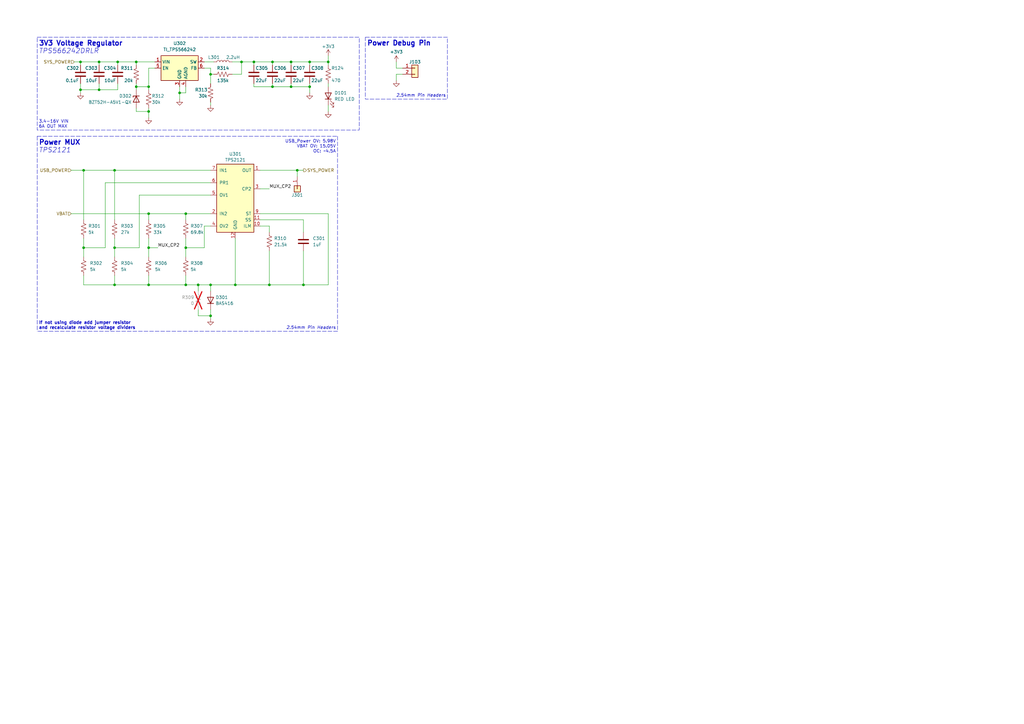
<source format=kicad_sch>
(kicad_sch
	(version 20231120)
	(generator "eeschema")
	(generator_version "8.0")
	(uuid "a3d4693f-0e63-4941-9445-becc1a2c32d1")
	(paper "A3")
	(title_block
		(title "MIDAS Power Circuitry MK2")
		(date "2024-09-03")
		(rev "A")
		(company "Illinois Space Society")
		(comment 3 "Oviya Jeyaprakash, Tom Hong, David Zhang")
		(comment 4 "Contributors: Peter Giannetos, Quinn Athas, Zachary Martin, Patrick Cassino, ")
	)
	(lib_symbols
		(symbol "Connector_Generic:Conn_01x01"
			(pin_names
				(offset 1.016) hide)
			(exclude_from_sim no)
			(in_bom yes)
			(on_board yes)
			(property "Reference" "J"
				(at 0 2.54 0)
				(effects
					(font
						(size 1.27 1.27)
					)
				)
			)
			(property "Value" "Conn_01x01"
				(at 0 -2.54 0)
				(effects
					(font
						(size 1.27 1.27)
					)
				)
			)
			(property "Footprint" ""
				(at 0 0 0)
				(effects
					(font
						(size 1.27 1.27)
					)
					(hide yes)
				)
			)
			(property "Datasheet" "~"
				(at 0 0 0)
				(effects
					(font
						(size 1.27 1.27)
					)
					(hide yes)
				)
			)
			(property "Description" "Generic connector, single row, 01x01, script generated (kicad-library-utils/schlib/autogen/connector/)"
				(at 0 0 0)
				(effects
					(font
						(size 1.27 1.27)
					)
					(hide yes)
				)
			)
			(property "ki_keywords" "connector"
				(at 0 0 0)
				(effects
					(font
						(size 1.27 1.27)
					)
					(hide yes)
				)
			)
			(property "ki_fp_filters" "Connector*:*_1x??_*"
				(at 0 0 0)
				(effects
					(font
						(size 1.27 1.27)
					)
					(hide yes)
				)
			)
			(symbol "Conn_01x01_1_1"
				(rectangle
					(start -1.27 0.127)
					(end 0 -0.127)
					(stroke
						(width 0.1524)
						(type default)
					)
					(fill
						(type none)
					)
				)
				(rectangle
					(start -1.27 1.27)
					(end 1.27 -1.27)
					(stroke
						(width 0.254)
						(type default)
					)
					(fill
						(type background)
					)
				)
				(pin passive line
					(at -5.08 0 0)
					(length 3.81)
					(name "Pin_1"
						(effects
							(font
								(size 1.27 1.27)
							)
						)
					)
					(number "1"
						(effects
							(font
								(size 1.27 1.27)
							)
						)
					)
				)
			)
		)
		(symbol "Connector_Generic:Conn_01x02"
			(pin_names
				(offset 1.016) hide)
			(exclude_from_sim no)
			(in_bom yes)
			(on_board yes)
			(property "Reference" "J"
				(at 0 2.54 0)
				(effects
					(font
						(size 1.27 1.27)
					)
				)
			)
			(property "Value" "Conn_01x02"
				(at 0 -5.08 0)
				(effects
					(font
						(size 1.27 1.27)
					)
				)
			)
			(property "Footprint" ""
				(at 0 0 0)
				(effects
					(font
						(size 1.27 1.27)
					)
					(hide yes)
				)
			)
			(property "Datasheet" "~"
				(at 0 0 0)
				(effects
					(font
						(size 1.27 1.27)
					)
					(hide yes)
				)
			)
			(property "Description" "Generic connector, single row, 01x02, script generated (kicad-library-utils/schlib/autogen/connector/)"
				(at 0 0 0)
				(effects
					(font
						(size 1.27 1.27)
					)
					(hide yes)
				)
			)
			(property "ki_keywords" "connector"
				(at 0 0 0)
				(effects
					(font
						(size 1.27 1.27)
					)
					(hide yes)
				)
			)
			(property "ki_fp_filters" "Connector*:*_1x??_*"
				(at 0 0 0)
				(effects
					(font
						(size 1.27 1.27)
					)
					(hide yes)
				)
			)
			(symbol "Conn_01x02_1_1"
				(rectangle
					(start -1.27 -2.413)
					(end 0 -2.667)
					(stroke
						(width 0.1524)
						(type default)
					)
					(fill
						(type none)
					)
				)
				(rectangle
					(start -1.27 0.127)
					(end 0 -0.127)
					(stroke
						(width 0.1524)
						(type default)
					)
					(fill
						(type none)
					)
				)
				(rectangle
					(start -1.27 1.27)
					(end 1.27 -3.81)
					(stroke
						(width 0.254)
						(type default)
					)
					(fill
						(type background)
					)
				)
				(pin passive line
					(at -5.08 0 0)
					(length 3.81)
					(name "Pin_1"
						(effects
							(font
								(size 1.27 1.27)
							)
						)
					)
					(number "1"
						(effects
							(font
								(size 1.27 1.27)
							)
						)
					)
				)
				(pin passive line
					(at -5.08 -2.54 0)
					(length 3.81)
					(name "Pin_2"
						(effects
							(font
								(size 1.27 1.27)
							)
						)
					)
					(number "2"
						(effects
							(font
								(size 1.27 1.27)
							)
						)
					)
				)
			)
		)
		(symbol "Device:C"
			(pin_numbers hide)
			(pin_names
				(offset 0.254)
			)
			(exclude_from_sim no)
			(in_bom yes)
			(on_board yes)
			(property "Reference" "C"
				(at 0.635 2.54 0)
				(effects
					(font
						(size 1.27 1.27)
					)
					(justify left)
				)
			)
			(property "Value" "C"
				(at 0.635 -2.54 0)
				(effects
					(font
						(size 1.27 1.27)
					)
					(justify left)
				)
			)
			(property "Footprint" ""
				(at 0.9652 -3.81 0)
				(effects
					(font
						(size 1.27 1.27)
					)
					(hide yes)
				)
			)
			(property "Datasheet" "~"
				(at 0 0 0)
				(effects
					(font
						(size 1.27 1.27)
					)
					(hide yes)
				)
			)
			(property "Description" "Unpolarized capacitor"
				(at 0 0 0)
				(effects
					(font
						(size 1.27 1.27)
					)
					(hide yes)
				)
			)
			(property "ki_keywords" "cap capacitor"
				(at 0 0 0)
				(effects
					(font
						(size 1.27 1.27)
					)
					(hide yes)
				)
			)
			(property "ki_fp_filters" "C_*"
				(at 0 0 0)
				(effects
					(font
						(size 1.27 1.27)
					)
					(hide yes)
				)
			)
			(symbol "C_0_1"
				(polyline
					(pts
						(xy -2.032 -0.762) (xy 2.032 -0.762)
					)
					(stroke
						(width 0.508)
						(type default)
					)
					(fill
						(type none)
					)
				)
				(polyline
					(pts
						(xy -2.032 0.762) (xy 2.032 0.762)
					)
					(stroke
						(width 0.508)
						(type default)
					)
					(fill
						(type none)
					)
				)
			)
			(symbol "C_1_1"
				(pin passive line
					(at 0 3.81 270)
					(length 2.794)
					(name "~"
						(effects
							(font
								(size 1.27 1.27)
							)
						)
					)
					(number "1"
						(effects
							(font
								(size 1.27 1.27)
							)
						)
					)
				)
				(pin passive line
					(at 0 -3.81 90)
					(length 2.794)
					(name "~"
						(effects
							(font
								(size 1.27 1.27)
							)
						)
					)
					(number "2"
						(effects
							(font
								(size 1.27 1.27)
							)
						)
					)
				)
			)
		)
		(symbol "Device:D"
			(pin_numbers hide)
			(pin_names
				(offset 1.016) hide)
			(exclude_from_sim no)
			(in_bom yes)
			(on_board yes)
			(property "Reference" "D"
				(at 0 2.54 0)
				(effects
					(font
						(size 1.27 1.27)
					)
				)
			)
			(property "Value" "D"
				(at 0 -2.54 0)
				(effects
					(font
						(size 1.27 1.27)
					)
				)
			)
			(property "Footprint" ""
				(at 0 0 0)
				(effects
					(font
						(size 1.27 1.27)
					)
					(hide yes)
				)
			)
			(property "Datasheet" "~"
				(at 0 0 0)
				(effects
					(font
						(size 1.27 1.27)
					)
					(hide yes)
				)
			)
			(property "Description" "Diode"
				(at 0 0 0)
				(effects
					(font
						(size 1.27 1.27)
					)
					(hide yes)
				)
			)
			(property "Sim.Device" "D"
				(at 0 0 0)
				(effects
					(font
						(size 1.27 1.27)
					)
					(hide yes)
				)
			)
			(property "Sim.Pins" "1=K 2=A"
				(at 0 0 0)
				(effects
					(font
						(size 1.27 1.27)
					)
					(hide yes)
				)
			)
			(property "ki_keywords" "diode"
				(at 0 0 0)
				(effects
					(font
						(size 1.27 1.27)
					)
					(hide yes)
				)
			)
			(property "ki_fp_filters" "TO-???* *_Diode_* *SingleDiode* D_*"
				(at 0 0 0)
				(effects
					(font
						(size 1.27 1.27)
					)
					(hide yes)
				)
			)
			(symbol "D_0_1"
				(polyline
					(pts
						(xy -1.27 1.27) (xy -1.27 -1.27)
					)
					(stroke
						(width 0.254)
						(type default)
					)
					(fill
						(type none)
					)
				)
				(polyline
					(pts
						(xy 1.27 0) (xy -1.27 0)
					)
					(stroke
						(width 0)
						(type default)
					)
					(fill
						(type none)
					)
				)
				(polyline
					(pts
						(xy 1.27 1.27) (xy 1.27 -1.27) (xy -1.27 0) (xy 1.27 1.27)
					)
					(stroke
						(width 0.254)
						(type default)
					)
					(fill
						(type none)
					)
				)
			)
			(symbol "D_1_1"
				(pin passive line
					(at -3.81 0 0)
					(length 2.54)
					(name "K"
						(effects
							(font
								(size 1.27 1.27)
							)
						)
					)
					(number "1"
						(effects
							(font
								(size 1.27 1.27)
							)
						)
					)
				)
				(pin passive line
					(at 3.81 0 180)
					(length 2.54)
					(name "A"
						(effects
							(font
								(size 1.27 1.27)
							)
						)
					)
					(number "2"
						(effects
							(font
								(size 1.27 1.27)
							)
						)
					)
				)
			)
		)
		(symbol "Device:D_Zener"
			(pin_numbers hide)
			(pin_names
				(offset 1.016) hide)
			(exclude_from_sim no)
			(in_bom yes)
			(on_board yes)
			(property "Reference" "D"
				(at 0 2.54 0)
				(effects
					(font
						(size 1.27 1.27)
					)
				)
			)
			(property "Value" "D_Zener"
				(at 0 -2.54 0)
				(effects
					(font
						(size 1.27 1.27)
					)
				)
			)
			(property "Footprint" ""
				(at 0 0 0)
				(effects
					(font
						(size 1.27 1.27)
					)
					(hide yes)
				)
			)
			(property "Datasheet" "~"
				(at 0 0 0)
				(effects
					(font
						(size 1.27 1.27)
					)
					(hide yes)
				)
			)
			(property "Description" "Zener diode"
				(at 0 0 0)
				(effects
					(font
						(size 1.27 1.27)
					)
					(hide yes)
				)
			)
			(property "ki_keywords" "diode"
				(at 0 0 0)
				(effects
					(font
						(size 1.27 1.27)
					)
					(hide yes)
				)
			)
			(property "ki_fp_filters" "TO-???* *_Diode_* *SingleDiode* D_*"
				(at 0 0 0)
				(effects
					(font
						(size 1.27 1.27)
					)
					(hide yes)
				)
			)
			(symbol "D_Zener_0_1"
				(polyline
					(pts
						(xy 1.27 0) (xy -1.27 0)
					)
					(stroke
						(width 0)
						(type default)
					)
					(fill
						(type none)
					)
				)
				(polyline
					(pts
						(xy -1.27 -1.27) (xy -1.27 1.27) (xy -0.762 1.27)
					)
					(stroke
						(width 0.254)
						(type default)
					)
					(fill
						(type none)
					)
				)
				(polyline
					(pts
						(xy 1.27 -1.27) (xy 1.27 1.27) (xy -1.27 0) (xy 1.27 -1.27)
					)
					(stroke
						(width 0.254)
						(type default)
					)
					(fill
						(type none)
					)
				)
			)
			(symbol "D_Zener_1_1"
				(pin passive line
					(at -3.81 0 0)
					(length 2.54)
					(name "K"
						(effects
							(font
								(size 1.27 1.27)
							)
						)
					)
					(number "1"
						(effects
							(font
								(size 1.27 1.27)
							)
						)
					)
				)
				(pin passive line
					(at 3.81 0 180)
					(length 2.54)
					(name "A"
						(effects
							(font
								(size 1.27 1.27)
							)
						)
					)
					(number "2"
						(effects
							(font
								(size 1.27 1.27)
							)
						)
					)
				)
			)
		)
		(symbol "Device:L"
			(pin_numbers hide)
			(pin_names
				(offset 1.016) hide)
			(exclude_from_sim no)
			(in_bom yes)
			(on_board yes)
			(property "Reference" "L"
				(at -1.27 0 90)
				(effects
					(font
						(size 1.27 1.27)
					)
				)
			)
			(property "Value" "L"
				(at 1.905 0 90)
				(effects
					(font
						(size 1.27 1.27)
					)
				)
			)
			(property "Footprint" ""
				(at 0 0 0)
				(effects
					(font
						(size 1.27 1.27)
					)
					(hide yes)
				)
			)
			(property "Datasheet" "~"
				(at 0 0 0)
				(effects
					(font
						(size 1.27 1.27)
					)
					(hide yes)
				)
			)
			(property "Description" "Inductor"
				(at 0 0 0)
				(effects
					(font
						(size 1.27 1.27)
					)
					(hide yes)
				)
			)
			(property "ki_keywords" "inductor choke coil reactor magnetic"
				(at 0 0 0)
				(effects
					(font
						(size 1.27 1.27)
					)
					(hide yes)
				)
			)
			(property "ki_fp_filters" "Choke_* *Coil* Inductor_* L_*"
				(at 0 0 0)
				(effects
					(font
						(size 1.27 1.27)
					)
					(hide yes)
				)
			)
			(symbol "L_0_1"
				(arc
					(start 0 -2.54)
					(mid 0.6323 -1.905)
					(end 0 -1.27)
					(stroke
						(width 0)
						(type default)
					)
					(fill
						(type none)
					)
				)
				(arc
					(start 0 -1.27)
					(mid 0.6323 -0.635)
					(end 0 0)
					(stroke
						(width 0)
						(type default)
					)
					(fill
						(type none)
					)
				)
				(arc
					(start 0 0)
					(mid 0.6323 0.635)
					(end 0 1.27)
					(stroke
						(width 0)
						(type default)
					)
					(fill
						(type none)
					)
				)
				(arc
					(start 0 1.27)
					(mid 0.6323 1.905)
					(end 0 2.54)
					(stroke
						(width 0)
						(type default)
					)
					(fill
						(type none)
					)
				)
			)
			(symbol "L_1_1"
				(pin passive line
					(at 0 3.81 270)
					(length 1.27)
					(name "1"
						(effects
							(font
								(size 1.27 1.27)
							)
						)
					)
					(number "1"
						(effects
							(font
								(size 1.27 1.27)
							)
						)
					)
				)
				(pin passive line
					(at 0 -3.81 90)
					(length 1.27)
					(name "2"
						(effects
							(font
								(size 1.27 1.27)
							)
						)
					)
					(number "2"
						(effects
							(font
								(size 1.27 1.27)
							)
						)
					)
				)
			)
		)
		(symbol "Device:LED"
			(pin_numbers hide)
			(pin_names
				(offset 1.016) hide)
			(exclude_from_sim no)
			(in_bom yes)
			(on_board yes)
			(property "Reference" "D"
				(at 0 2.54 0)
				(effects
					(font
						(size 1.27 1.27)
					)
				)
			)
			(property "Value" "LED"
				(at 0 -2.54 0)
				(effects
					(font
						(size 1.27 1.27)
					)
				)
			)
			(property "Footprint" ""
				(at 0 0 0)
				(effects
					(font
						(size 1.27 1.27)
					)
					(hide yes)
				)
			)
			(property "Datasheet" "~"
				(at 0 0 0)
				(effects
					(font
						(size 1.27 1.27)
					)
					(hide yes)
				)
			)
			(property "Description" "Light emitting diode"
				(at 0 0 0)
				(effects
					(font
						(size 1.27 1.27)
					)
					(hide yes)
				)
			)
			(property "ki_keywords" "LED diode"
				(at 0 0 0)
				(effects
					(font
						(size 1.27 1.27)
					)
					(hide yes)
				)
			)
			(property "ki_fp_filters" "LED* LED_SMD:* LED_THT:*"
				(at 0 0 0)
				(effects
					(font
						(size 1.27 1.27)
					)
					(hide yes)
				)
			)
			(symbol "LED_0_1"
				(polyline
					(pts
						(xy -1.27 -1.27) (xy -1.27 1.27)
					)
					(stroke
						(width 0.254)
						(type default)
					)
					(fill
						(type none)
					)
				)
				(polyline
					(pts
						(xy -1.27 0) (xy 1.27 0)
					)
					(stroke
						(width 0)
						(type default)
					)
					(fill
						(type none)
					)
				)
				(polyline
					(pts
						(xy 1.27 -1.27) (xy 1.27 1.27) (xy -1.27 0) (xy 1.27 -1.27)
					)
					(stroke
						(width 0.254)
						(type default)
					)
					(fill
						(type none)
					)
				)
				(polyline
					(pts
						(xy -3.048 -0.762) (xy -4.572 -2.286) (xy -3.81 -2.286) (xy -4.572 -2.286) (xy -4.572 -1.524)
					)
					(stroke
						(width 0)
						(type default)
					)
					(fill
						(type none)
					)
				)
				(polyline
					(pts
						(xy -1.778 -0.762) (xy -3.302 -2.286) (xy -2.54 -2.286) (xy -3.302 -2.286) (xy -3.302 -1.524)
					)
					(stroke
						(width 0)
						(type default)
					)
					(fill
						(type none)
					)
				)
			)
			(symbol "LED_1_1"
				(pin passive line
					(at -3.81 0 0)
					(length 2.54)
					(name "K"
						(effects
							(font
								(size 1.27 1.27)
							)
						)
					)
					(number "1"
						(effects
							(font
								(size 1.27 1.27)
							)
						)
					)
				)
				(pin passive line
					(at 3.81 0 180)
					(length 2.54)
					(name "A"
						(effects
							(font
								(size 1.27 1.27)
							)
						)
					)
					(number "2"
						(effects
							(font
								(size 1.27 1.27)
							)
						)
					)
				)
			)
		)
		(symbol "Device:R_US"
			(pin_numbers hide)
			(pin_names
				(offset 0)
			)
			(exclude_from_sim no)
			(in_bom yes)
			(on_board yes)
			(property "Reference" "R"
				(at 2.54 0 90)
				(effects
					(font
						(size 1.27 1.27)
					)
				)
			)
			(property "Value" "R_US"
				(at -2.54 0 90)
				(effects
					(font
						(size 1.27 1.27)
					)
				)
			)
			(property "Footprint" ""
				(at 1.016 -0.254 90)
				(effects
					(font
						(size 1.27 1.27)
					)
					(hide yes)
				)
			)
			(property "Datasheet" "~"
				(at 0 0 0)
				(effects
					(font
						(size 1.27 1.27)
					)
					(hide yes)
				)
			)
			(property "Description" "Resistor, US symbol"
				(at 0 0 0)
				(effects
					(font
						(size 1.27 1.27)
					)
					(hide yes)
				)
			)
			(property "ki_keywords" "R res resistor"
				(at 0 0 0)
				(effects
					(font
						(size 1.27 1.27)
					)
					(hide yes)
				)
			)
			(property "ki_fp_filters" "R_*"
				(at 0 0 0)
				(effects
					(font
						(size 1.27 1.27)
					)
					(hide yes)
				)
			)
			(symbol "R_US_0_1"
				(polyline
					(pts
						(xy 0 -2.286) (xy 0 -2.54)
					)
					(stroke
						(width 0)
						(type default)
					)
					(fill
						(type none)
					)
				)
				(polyline
					(pts
						(xy 0 2.286) (xy 0 2.54)
					)
					(stroke
						(width 0)
						(type default)
					)
					(fill
						(type none)
					)
				)
				(polyline
					(pts
						(xy 0 -0.762) (xy 1.016 -1.143) (xy 0 -1.524) (xy -1.016 -1.905) (xy 0 -2.286)
					)
					(stroke
						(width 0)
						(type default)
					)
					(fill
						(type none)
					)
				)
				(polyline
					(pts
						(xy 0 0.762) (xy 1.016 0.381) (xy 0 0) (xy -1.016 -0.381) (xy 0 -0.762)
					)
					(stroke
						(width 0)
						(type default)
					)
					(fill
						(type none)
					)
				)
				(polyline
					(pts
						(xy 0 2.286) (xy 1.016 1.905) (xy 0 1.524) (xy -1.016 1.143) (xy 0 0.762)
					)
					(stroke
						(width 0)
						(type default)
					)
					(fill
						(type none)
					)
				)
			)
			(symbol "R_US_1_1"
				(pin passive line
					(at 0 3.81 270)
					(length 1.27)
					(name "~"
						(effects
							(font
								(size 1.27 1.27)
							)
						)
					)
					(number "1"
						(effects
							(font
								(size 1.27 1.27)
							)
						)
					)
				)
				(pin passive line
					(at 0 -3.81 90)
					(length 1.27)
					(name "~"
						(effects
							(font
								(size 1.27 1.27)
							)
						)
					)
					(number "2"
						(effects
							(font
								(size 1.27 1.27)
							)
						)
					)
				)
			)
		)
		(symbol "GND_1"
			(power)
			(pin_names
				(offset 0)
			)
			(exclude_from_sim no)
			(in_bom yes)
			(on_board yes)
			(property "Reference" "#PWR"
				(at 0 -6.35 0)
				(effects
					(font
						(size 1.27 1.27)
					)
					(hide yes)
				)
			)
			(property "Value" "GND_1"
				(at 0 -3.81 0)
				(effects
					(font
						(size 1.27 1.27)
					)
				)
			)
			(property "Footprint" ""
				(at 0 0 0)
				(effects
					(font
						(size 1.27 1.27)
					)
					(hide yes)
				)
			)
			(property "Datasheet" ""
				(at 0 0 0)
				(effects
					(font
						(size 1.27 1.27)
					)
					(hide yes)
				)
			)
			(property "Description" "Power symbol creates a global label with name \"GND\" , ground"
				(at 0 0 0)
				(effects
					(font
						(size 1.27 1.27)
					)
					(hide yes)
				)
			)
			(property "ki_keywords" "global power"
				(at 0 0 0)
				(effects
					(font
						(size 1.27 1.27)
					)
					(hide yes)
				)
			)
			(symbol "GND_1_0_1"
				(polyline
					(pts
						(xy 0 0) (xy 0 -1.27) (xy 1.27 -1.27) (xy 0 -2.54) (xy -1.27 -1.27) (xy 0 -1.27)
					)
					(stroke
						(width 0)
						(type default)
					)
					(fill
						(type none)
					)
				)
			)
			(symbol "GND_1_1_1"
				(pin power_in line
					(at 0 0 270)
					(length 0) hide
					(name "GND"
						(effects
							(font
								(size 1.27 1.27)
							)
						)
					)
					(number "1"
						(effects
							(font
								(size 1.27 1.27)
							)
						)
					)
				)
			)
		)
		(symbol "Power_MUX:TPS2121"
			(pin_names
				(offset 1.016)
			)
			(exclude_from_sim no)
			(in_bom yes)
			(on_board yes)
			(property "Reference" "U"
				(at -6.35 16.51 0)
				(effects
					(font
						(size 1.27 1.27)
					)
				)
			)
			(property "Value" "TPS2121"
				(at 3.81 16.51 0)
				(effects
					(font
						(size 1.27 1.27)
					)
				)
			)
			(property "Footprint" "Package_VQFN:VQFN-HR-RUX0012A"
				(at 0 -20.32 0)
				(effects
					(font
						(size 1.27 1.27)
					)
					(hide yes)
				)
			)
			(property "Datasheet" "https://www.ti.com/product/TPS2121"
				(at 0 -22.86 0)
				(effects
					(font
						(size 1.27 1.27)
					)
					(hide yes)
				)
			)
			(property "Description" "2.7V to 22V, 56-mΩ, 4.5A, power mux with seamless switchover, 2 inputs"
				(at 0 0 0)
				(effects
					(font
						(size 1.27 1.27)
					)
					(hide yes)
				)
			)
			(property "ki_keywords" "2.7V to 22V 56mΩ 4.5A power mux with seamless switchover 2 inputs"
				(at 0 0 0)
				(effects
					(font
						(size 1.27 1.27)
					)
					(hide yes)
				)
			)
			(symbol "TPS2121_0_0"
				(rectangle
					(start -7.62 15.24)
					(end 7.62 -12.7)
					(stroke
						(width 0.254)
						(type default)
					)
					(fill
						(type background)
					)
				)
				(pin output line
					(at 10.16 -10.16 180)
					(length 2.54)
					(name "ILM"
						(effects
							(font
								(size 1.27 1.27)
							)
						)
					)
					(number "10"
						(effects
							(font
								(size 1.27 1.27)
							)
						)
					)
				)
				(pin output line
					(at 10.16 -7.62 180)
					(length 2.54)
					(name "SS"
						(effects
							(font
								(size 1.27 1.27)
							)
						)
					)
					(number "11"
						(effects
							(font
								(size 1.27 1.27)
							)
						)
					)
				)
				(pin power_in line
					(at 0 -15.24 90)
					(length 2.54)
					(name "GND"
						(effects
							(font
								(size 1.27 1.27)
							)
						)
					)
					(number "12"
						(effects
							(font
								(size 1.27 1.27)
							)
						)
					)
				)
				(pin power_in line
					(at -10.16 -5.08 0)
					(length 2.54)
					(name "IN2"
						(effects
							(font
								(size 1.27 1.27)
							)
						)
					)
					(number "2"
						(effects
							(font
								(size 1.27 1.27)
							)
						)
					)
				)
				(pin input line
					(at 10.16 5.08 180)
					(length 2.54)
					(name "CP2"
						(effects
							(font
								(size 1.27 1.27)
							)
						)
					)
					(number "3"
						(effects
							(font
								(size 1.27 1.27)
							)
						)
					)
				)
				(pin input line
					(at -10.16 -10.16 0)
					(length 2.54)
					(name "OV2"
						(effects
							(font
								(size 1.27 1.27)
							)
						)
					)
					(number "4"
						(effects
							(font
								(size 1.27 1.27)
							)
						)
					)
				)
				(pin input line
					(at -10.16 2.54 0)
					(length 2.54)
					(name "OV1"
						(effects
							(font
								(size 1.27 1.27)
							)
						)
					)
					(number "5"
						(effects
							(font
								(size 1.27 1.27)
							)
						)
					)
				)
				(pin input line
					(at -10.16 7.62 0)
					(length 2.54)
					(name "PR1"
						(effects
							(font
								(size 1.27 1.27)
							)
						)
					)
					(number "6"
						(effects
							(font
								(size 1.27 1.27)
							)
						)
					)
				)
				(pin power_in line
					(at -10.16 12.7 0)
					(length 2.54)
					(name "IN1"
						(effects
							(font
								(size 1.27 1.27)
							)
						)
					)
					(number "7"
						(effects
							(font
								(size 1.27 1.27)
							)
						)
					)
				)
				(pin output line
					(at 10.16 -5.08 180)
					(length 2.54)
					(name "ST"
						(effects
							(font
								(size 1.27 1.27)
							)
						)
					)
					(number "9"
						(effects
							(font
								(size 1.27 1.27)
							)
						)
					)
				)
			)
			(symbol "TPS2121_1_0"
				(pin power_out line
					(at 10.16 12.7 180)
					(length 2.54)
					(name "OUT"
						(effects
							(font
								(size 1.27 1.27)
							)
						)
					)
					(number "1"
						(effects
							(font
								(size 1.27 1.27)
							)
						)
					)
				)
				(pin power_out line
					(at 10.16 12.7 180)
					(length 2.54) hide
					(name "OUT"
						(effects
							(font
								(size 1.27 1.27)
							)
						)
					)
					(number "8"
						(effects
							(font
								(size 1.27 1.27)
							)
						)
					)
				)
			)
		)
		(symbol "Regulator_Texas:TI_TPS566242"
			(exclude_from_sim no)
			(in_bom yes)
			(on_board yes)
			(property "Reference" "U"
				(at 0 10.16 0)
				(effects
					(font
						(size 1.27 1.27)
					)
				)
			)
			(property "Value" "TI_TPS566242"
				(at 0 7.62 0)
				(effects
					(font
						(size 1.27 1.27)
					)
				)
			)
			(property "Footprint" "Package_TO_SOT_SMD:SOT-563"
				(at 0 -12.7 0)
				(effects
					(font
						(size 1.27 1.27)
					)
					(hide yes)
				)
			)
			(property "Datasheet" "https://www.ti.com/lit/ds/symlink/tps566242.pdf"
				(at 0 -10.16 0)
				(effects
					(font
						(size 1.27 1.27)
					)
					(hide yes)
				)
			)
			(property "Description" "6A Synchronous Buck Converter, 3-16V Input, 0.6-7-V Output"
				(at 0 0 0)
				(effects
					(font
						(size 1.27 1.27)
					)
					(hide yes)
				)
			)
			(property "ki_keywords" "Regulator Buck Converter Texas Instruments TI 3-16V 0.6-7V"
				(at 0 0 0)
				(effects
					(font
						(size 1.27 1.27)
					)
					(hide yes)
				)
			)
			(symbol "TI_TPS566242_0_0"
				(pin input line
					(at -10.16 2.54 0)
					(length 2.54)
					(name "VIN"
						(effects
							(font
								(size 1.27 1.27)
							)
						)
					)
					(number "1"
						(effects
							(font
								(size 1.27 1.27)
							)
						)
					)
				)
				(pin power_in line
					(at 0 -7.62 90)
					(length 2.54)
					(name "GND"
						(effects
							(font
								(size 1.27 1.27)
							)
						)
					)
					(number "3"
						(effects
							(font
								(size 1.27 1.27)
							)
						)
					)
				)
				(pin power_in line
					(at 2.54 -7.62 90)
					(length 2.54)
					(name "AGND"
						(effects
							(font
								(size 1.27 1.27)
							)
						)
					)
					(number "4"
						(effects
							(font
								(size 1.27 1.27)
							)
						)
					)
				)
			)
			(symbol "TI_TPS566242_1_0"
				(pin input line
					(at 10.16 2.54 180)
					(length 2.54)
					(name "SW"
						(effects
							(font
								(size 1.27 1.27)
							)
						)
					)
					(number "2"
						(effects
							(font
								(size 1.27 1.27)
							)
						)
					)
				)
				(pin output line
					(at -10.16 0 0)
					(length 2.54)
					(name "EN"
						(effects
							(font
								(size 1.27 1.27)
							)
						)
					)
					(number "5"
						(effects
							(font
								(size 1.27 1.27)
							)
						)
					)
				)
				(pin input line
					(at 10.16 0 180)
					(length 2.54)
					(name "FB"
						(effects
							(font
								(size 1.27 1.27)
							)
						)
					)
					(number "6"
						(effects
							(font
								(size 1.27 1.27)
							)
						)
					)
				)
			)
			(symbol "TI_TPS566242_1_1"
				(rectangle
					(start -7.62 5.08)
					(end 7.62 -5.08)
					(stroke
						(width 0.254)
						(type default)
					)
					(fill
						(type background)
					)
				)
			)
		)
		(symbol "power:+3V3"
			(power)
			(pin_names
				(offset 0)
			)
			(exclude_from_sim no)
			(in_bom yes)
			(on_board yes)
			(property "Reference" "#PWR"
				(at 0 -3.81 0)
				(effects
					(font
						(size 1.27 1.27)
					)
					(hide yes)
				)
			)
			(property "Value" "+3V3"
				(at 0 3.556 0)
				(effects
					(font
						(size 1.27 1.27)
					)
				)
			)
			(property "Footprint" ""
				(at 0 0 0)
				(effects
					(font
						(size 1.27 1.27)
					)
					(hide yes)
				)
			)
			(property "Datasheet" ""
				(at 0 0 0)
				(effects
					(font
						(size 1.27 1.27)
					)
					(hide yes)
				)
			)
			(property "Description" "Power symbol creates a global label with name \"+3V3\""
				(at 0 0 0)
				(effects
					(font
						(size 1.27 1.27)
					)
					(hide yes)
				)
			)
			(property "ki_keywords" "global power"
				(at 0 0 0)
				(effects
					(font
						(size 1.27 1.27)
					)
					(hide yes)
				)
			)
			(symbol "+3V3_0_1"
				(polyline
					(pts
						(xy -0.762 1.27) (xy 0 2.54)
					)
					(stroke
						(width 0)
						(type default)
					)
					(fill
						(type none)
					)
				)
				(polyline
					(pts
						(xy 0 0) (xy 0 2.54)
					)
					(stroke
						(width 0)
						(type default)
					)
					(fill
						(type none)
					)
				)
				(polyline
					(pts
						(xy 0 2.54) (xy 0.762 1.27)
					)
					(stroke
						(width 0)
						(type default)
					)
					(fill
						(type none)
					)
				)
			)
			(symbol "+3V3_1_1"
				(pin power_in line
					(at 0 0 90)
					(length 0) hide
					(name "+3V3"
						(effects
							(font
								(size 1.27 1.27)
							)
						)
					)
					(number "1"
						(effects
							(font
								(size 1.27 1.27)
							)
						)
					)
				)
			)
		)
		(symbol "power:GND"
			(power)
			(pin_names
				(offset 0)
			)
			(exclude_from_sim no)
			(in_bom yes)
			(on_board yes)
			(property "Reference" "#PWR"
				(at 0 -6.35 0)
				(effects
					(font
						(size 1.27 1.27)
					)
					(hide yes)
				)
			)
			(property "Value" "GND"
				(at 0 -3.81 0)
				(effects
					(font
						(size 1.27 1.27)
					)
				)
			)
			(property "Footprint" ""
				(at 0 0 0)
				(effects
					(font
						(size 1.27 1.27)
					)
					(hide yes)
				)
			)
			(property "Datasheet" ""
				(at 0 0 0)
				(effects
					(font
						(size 1.27 1.27)
					)
					(hide yes)
				)
			)
			(property "Description" "Power symbol creates a global label with name \"GND\" , ground"
				(at 0 0 0)
				(effects
					(font
						(size 1.27 1.27)
					)
					(hide yes)
				)
			)
			(property "ki_keywords" "power-flag"
				(at 0 0 0)
				(effects
					(font
						(size 1.27 1.27)
					)
					(hide yes)
				)
			)
			(symbol "GND_0_1"
				(polyline
					(pts
						(xy 0 0) (xy 0 -1.27) (xy 1.27 -1.27) (xy 0 -2.54) (xy -1.27 -1.27) (xy 0 -1.27)
					)
					(stroke
						(width 0)
						(type default)
					)
					(fill
						(type none)
					)
				)
			)
			(symbol "GND_1_1"
				(pin power_in line
					(at 0 0 270)
					(length 0) hide
					(name "GND"
						(effects
							(font
								(size 1.27 1.27)
							)
						)
					)
					(number "1"
						(effects
							(font
								(size 1.27 1.27)
							)
						)
					)
				)
			)
		)
	)
	(junction
		(at 76.2 87.63)
		(diameter 0)
		(color 0 0 0 0)
		(uuid "04ca0a77-b73f-40bd-8ec3-f76415c67001")
	)
	(junction
		(at 110.49 116.84)
		(diameter 0)
		(color 0 0 0 0)
		(uuid "06df0253-e5da-4c3a-a2bd-6e1d986790e1")
	)
	(junction
		(at 119.38 35.56)
		(diameter 0)
		(color 0 0 0 0)
		(uuid "0db874d3-782b-414b-962f-17b7db5caf45")
	)
	(junction
		(at 134.62 25.4)
		(diameter 0)
		(color 0 0 0 0)
		(uuid "18cb8081-397d-4ac3-aba6-48ee9e84fae7")
	)
	(junction
		(at 76.2 116.84)
		(diameter 0)
		(color 0 0 0 0)
		(uuid "1db8b8c5-6c04-4e50-b194-be17dc46fb03")
	)
	(junction
		(at 40.64 25.4)
		(diameter 0)
		(color 0 0 0 0)
		(uuid "20af3b9e-414c-4940-8495-d55ea8fe689f")
	)
	(junction
		(at 46.99 116.84)
		(diameter 0)
		(color 0 0 0 0)
		(uuid "210a263b-dd6c-4f2b-835c-7b9235095e01")
	)
	(junction
		(at 46.99 101.6)
		(diameter 0)
		(color 0 0 0 0)
		(uuid "227344c5-3a1a-4a1f-bb01-1739ce555fa5")
	)
	(junction
		(at 34.29 69.85)
		(diameter 0)
		(color 0 0 0 0)
		(uuid "253ea336-76a8-4f7e-a7c8-3e2ea215e8d8")
	)
	(junction
		(at 96.52 116.84)
		(diameter 0)
		(color 0 0 0 0)
		(uuid "25f4fa70-a19c-4c63-ac79-d12605a35a42")
	)
	(junction
		(at 127 25.4)
		(diameter 0)
		(color 0 0 0 0)
		(uuid "26465630-f0fc-4193-9f97-aa8fb7598a98")
	)
	(junction
		(at 76.2 101.6)
		(diameter 0)
		(color 0 0 0 0)
		(uuid "3f00a802-afe9-40e8-acca-b372420364f2")
	)
	(junction
		(at 119.38 25.4)
		(diameter 0)
		(color 0 0 0 0)
		(uuid "455f3903-7698-4a03-ab02-09ec9290f35f")
	)
	(junction
		(at 111.76 25.4)
		(diameter 0)
		(color 0 0 0 0)
		(uuid "47df06e7-89da-432c-8ee7-ae88651113fc")
	)
	(junction
		(at 33.02 36.83)
		(diameter 0)
		(color 0 0 0 0)
		(uuid "56c89aea-dc7f-4a8b-9592-056240e4168f")
	)
	(junction
		(at 86.36 30.48)
		(diameter 0)
		(color 0 0 0 0)
		(uuid "6ca467c5-3ff4-4471-8c3c-715f9b4cb714")
	)
	(junction
		(at 86.36 116.84)
		(diameter 0)
		(color 0 0 0 0)
		(uuid "75536414-40a0-455d-884d-9b158c58f691")
	)
	(junction
		(at 55.88 25.4)
		(diameter 0)
		(color 0 0 0 0)
		(uuid "75b67c28-46f6-493c-8c32-0c5379673126")
	)
	(junction
		(at 86.36 129.54)
		(diameter 0)
		(color 0 0 0 0)
		(uuid "7e6a746b-0395-4248-a472-864315e02579")
	)
	(junction
		(at 60.96 87.63)
		(diameter 0)
		(color 0 0 0 0)
		(uuid "9c2b2683-ea71-4ded-aefc-7be6c665a808")
	)
	(junction
		(at 127 35.56)
		(diameter 0)
		(color 0 0 0 0)
		(uuid "a07f08ac-4ff9-4097-829f-33ddc7ea94ee")
	)
	(junction
		(at 60.96 35.56)
		(diameter 0)
		(color 0 0 0 0)
		(uuid "a2caeef7-6adf-4cab-8e31-78196776492b")
	)
	(junction
		(at 60.96 101.6)
		(diameter 0)
		(color 0 0 0 0)
		(uuid "aa023ad7-9751-47d4-8267-52922694a653")
	)
	(junction
		(at 104.14 25.4)
		(diameter 0)
		(color 0 0 0 0)
		(uuid "aabdb80b-9e95-4603-85d9-b2f0c85bd118")
	)
	(junction
		(at 48.26 25.4)
		(diameter 0)
		(color 0 0 0 0)
		(uuid "aeedf9bb-f099-4c66-bcbf-9f382f0da698")
	)
	(junction
		(at 60.96 45.72)
		(diameter 0)
		(color 0 0 0 0)
		(uuid "afa02665-0da9-45d5-a914-5379c7e933c1")
	)
	(junction
		(at 46.99 69.85)
		(diameter 0)
		(color 0 0 0 0)
		(uuid "b93f0ed9-b217-4c19-877f-319642e2c92e")
	)
	(junction
		(at 34.29 101.6)
		(diameter 0)
		(color 0 0 0 0)
		(uuid "b97c3f1a-f2fe-4de3-9e05-121a78ddff44")
	)
	(junction
		(at 81.28 116.84)
		(diameter 0)
		(color 0 0 0 0)
		(uuid "c0e22ffe-0780-4714-b841-69b610fc3e08")
	)
	(junction
		(at 73.66 38.1)
		(diameter 0)
		(color 0 0 0 0)
		(uuid "c4653a06-00ed-4c43-8967-2ab6ff0c2fac")
	)
	(junction
		(at 99.06 25.4)
		(diameter 0)
		(color 0 0 0 0)
		(uuid "ca471344-2a5f-48ee-a5d4-b88b5abe4a4c")
	)
	(junction
		(at 121.92 69.85)
		(diameter 0)
		(color 0 0 0 0)
		(uuid "cb6dfdfe-7bb2-424d-b5be-2bc0d0df73e2")
	)
	(junction
		(at 33.02 25.4)
		(diameter 0)
		(color 0 0 0 0)
		(uuid "dd78c6b3-de0b-4164-95b3-a98e3f6334b5")
	)
	(junction
		(at 124.46 116.84)
		(diameter 0)
		(color 0 0 0 0)
		(uuid "e3261061-e4fe-423f-83a3-2b31210b21d5")
	)
	(junction
		(at 55.88 35.56)
		(diameter 0)
		(color 0 0 0 0)
		(uuid "e56444e3-1654-4007-a40c-5b276e067442")
	)
	(junction
		(at 40.64 36.83)
		(diameter 0)
		(color 0 0 0 0)
		(uuid "edab02c0-d5ca-467b-9a0d-196f327aa751")
	)
	(junction
		(at 60.96 116.84)
		(diameter 0)
		(color 0 0 0 0)
		(uuid "fd745ccd-37da-4732-b06b-4ffaea0ab10b")
	)
	(junction
		(at 111.76 35.56)
		(diameter 0)
		(color 0 0 0 0)
		(uuid "ff0d4fc5-02f6-4f37-9e19-3c3e1e752250")
	)
	(wire
		(pts
			(xy 95.25 30.48) (xy 99.06 30.48)
		)
		(stroke
			(width 0)
			(type default)
		)
		(uuid "013ed406-3a26-4022-9229-d71127759555")
	)
	(wire
		(pts
			(xy 134.62 34.29) (xy 134.62 35.56)
		)
		(stroke
			(width 0)
			(type default)
		)
		(uuid "043b9b1c-bdfe-40b4-8705-effd91356edf")
	)
	(wire
		(pts
			(xy 127 38.1) (xy 127 35.56)
		)
		(stroke
			(width 0)
			(type default)
		)
		(uuid "08a16e87-1127-47d2-be63-92fe697a4355")
	)
	(wire
		(pts
			(xy 55.88 25.4) (xy 55.88 26.67)
		)
		(stroke
			(width 0)
			(type default)
		)
		(uuid "1083b3a5-7bae-494e-9c07-135d156176df")
	)
	(wire
		(pts
			(xy 60.96 101.6) (xy 60.96 105.41)
		)
		(stroke
			(width 0)
			(type default)
		)
		(uuid "120a05a5-af8d-4a08-a3ca-683a4727ac0b")
	)
	(wire
		(pts
			(xy 106.68 77.47) (xy 110.49 77.47)
		)
		(stroke
			(width 0)
			(type default)
		)
		(uuid "13df9326-49a1-4e07-bd71-addfcb3950c4")
	)
	(wire
		(pts
			(xy 127 35.56) (xy 119.38 35.56)
		)
		(stroke
			(width 0)
			(type default)
		)
		(uuid "15442a71-2b76-4046-8f7a-ea2a9ff9ce73")
	)
	(wire
		(pts
			(xy 64.77 101.6) (xy 60.96 101.6)
		)
		(stroke
			(width 0)
			(type default)
		)
		(uuid "18bec0ce-ac54-4179-bc8c-df8e2eafa9f4")
	)
	(wire
		(pts
			(xy 29.21 69.85) (xy 34.29 69.85)
		)
		(stroke
			(width 0)
			(type default)
		)
		(uuid "19dfb8a8-34d6-47e7-9cd3-f890329b8f58")
	)
	(wire
		(pts
			(xy 76.2 101.6) (xy 83.82 101.6)
		)
		(stroke
			(width 0)
			(type default)
		)
		(uuid "1b495c07-55d2-4212-bd94-d7c04f721c6c")
	)
	(wire
		(pts
			(xy 110.49 92.71) (xy 110.49 95.25)
		)
		(stroke
			(width 0)
			(type default)
		)
		(uuid "20b6289a-3b9e-4ba1-9a84-0a9b68092bea")
	)
	(wire
		(pts
			(xy 60.96 113.03) (xy 60.96 116.84)
		)
		(stroke
			(width 0)
			(type default)
		)
		(uuid "21118684-7510-442d-a535-cea515ef32bb")
	)
	(wire
		(pts
			(xy 110.49 102.87) (xy 110.49 116.84)
		)
		(stroke
			(width 0)
			(type default)
		)
		(uuid "22b02c78-a34f-4e0f-b6c3-68a52942bfef")
	)
	(wire
		(pts
			(xy 162.56 33.02) (xy 162.56 30.48)
		)
		(stroke
			(width 0)
			(type default)
		)
		(uuid "24b39fd5-47a4-422f-8103-31929936099f")
	)
	(wire
		(pts
			(xy 83.82 27.94) (xy 86.36 27.94)
		)
		(stroke
			(width 0)
			(type default)
		)
		(uuid "282c811b-8368-4bc2-aa24-7dd6215e4337")
	)
	(wire
		(pts
			(xy 34.29 113.03) (xy 34.29 116.84)
		)
		(stroke
			(width 0)
			(type default)
		)
		(uuid "2bb855b7-c485-4de4-9bc1-68f6b388b3e8")
	)
	(wire
		(pts
			(xy 60.96 87.63) (xy 76.2 87.63)
		)
		(stroke
			(width 0)
			(type default)
		)
		(uuid "2bc0e6ae-3ef7-426d-8e45-ec4bb600e3f2")
	)
	(wire
		(pts
			(xy 48.26 34.29) (xy 48.26 36.83)
		)
		(stroke
			(width 0)
			(type default)
		)
		(uuid "2c2feb3c-2425-437f-bcc7-51cbdc701076")
	)
	(wire
		(pts
			(xy 134.62 22.86) (xy 134.62 25.4)
		)
		(stroke
			(width 0)
			(type default)
		)
		(uuid "2c848bbb-53bd-49cf-93de-7992b02d9bca")
	)
	(wire
		(pts
			(xy 33.02 26.67) (xy 33.02 25.4)
		)
		(stroke
			(width 0)
			(type default)
		)
		(uuid "2d9b6e40-f27d-475a-996d-f67aadcc5e84")
	)
	(wire
		(pts
			(xy 81.28 127) (xy 81.28 129.54)
		)
		(stroke
			(width 0)
			(type default)
		)
		(uuid "2dae55fd-4170-490e-8df7-3d847781b8a5")
	)
	(wire
		(pts
			(xy 86.36 129.54) (xy 86.36 130.81)
		)
		(stroke
			(width 0)
			(type default)
		)
		(uuid "2e13f54c-ea01-48a6-86b7-d58367de64d7")
	)
	(wire
		(pts
			(xy 83.82 92.71) (xy 83.82 101.6)
		)
		(stroke
			(width 0)
			(type default)
		)
		(uuid "2f4e2fee-09af-4e0d-b51b-ed869627c610")
	)
	(wire
		(pts
			(xy 60.96 45.72) (xy 60.96 44.45)
		)
		(stroke
			(width 0)
			(type default)
		)
		(uuid "3419bcba-6fbf-43a3-8e2d-6686ea05ac42")
	)
	(polyline
		(pts
			(xy 15.24 55.88) (xy 15.24 135.89)
		)
		(stroke
			(width 0)
			(type dash)
		)
		(uuid "3c281580-c1e0-440c-8d63-b469a335982e")
	)
	(wire
		(pts
			(xy 55.88 25.4) (xy 63.5 25.4)
		)
		(stroke
			(width 0)
			(type default)
		)
		(uuid "3cfbae40-eb59-482e-9dd3-68cdc519ba3f")
	)
	(wire
		(pts
			(xy 73.66 40.64) (xy 73.66 38.1)
		)
		(stroke
			(width 0)
			(type default)
		)
		(uuid "3e5d98a8-336c-43b7-8be8-63c3b30167bd")
	)
	(wire
		(pts
			(xy 34.29 116.84) (xy 46.99 116.84)
		)
		(stroke
			(width 0)
			(type default)
		)
		(uuid "3e6eeaa8-6aac-43e0-934d-1fbcfde74765")
	)
	(polyline
		(pts
			(xy 138.43 55.88) (xy 138.43 135.89)
		)
		(stroke
			(width 0)
			(type dash)
		)
		(uuid "3f077889-d024-49e7-ab84-7b28284a2ed9")
	)
	(wire
		(pts
			(xy 106.68 87.63) (xy 134.62 87.63)
		)
		(stroke
			(width 0)
			(type default)
		)
		(uuid "4246fe3c-8253-4b22-b79e-19937b4f3ba3")
	)
	(wire
		(pts
			(xy 104.14 25.4) (xy 111.76 25.4)
		)
		(stroke
			(width 0)
			(type default)
		)
		(uuid "433452f5-417d-4950-94f5-3674154c7d19")
	)
	(wire
		(pts
			(xy 60.96 35.56) (xy 60.96 36.83)
		)
		(stroke
			(width 0)
			(type default)
		)
		(uuid "485a9847-8e1a-4eaa-bad6-85c1a10e9974")
	)
	(polyline
		(pts
			(xy 138.43 135.89) (xy 15.24 135.89)
		)
		(stroke
			(width 0)
			(type dash)
		)
		(uuid "49f8af60-4f18-47a0-a2ab-7c82391f94d2")
	)
	(wire
		(pts
			(xy 33.02 36.83) (xy 33.02 38.1)
		)
		(stroke
			(width 0)
			(type default)
		)
		(uuid "4a2b650b-5ac3-4e1d-bfbd-cfe6ed0a848c")
	)
	(wire
		(pts
			(xy 76.2 97.79) (xy 76.2 101.6)
		)
		(stroke
			(width 0)
			(type default)
		)
		(uuid "4b23e9bf-9d67-4351-874f-f7ee41ffcdd0")
	)
	(wire
		(pts
			(xy 119.38 35.56) (xy 111.76 35.56)
		)
		(stroke
			(width 0)
			(type default)
		)
		(uuid "4c287f1d-9d61-4fcb-817f-9181642a8aeb")
	)
	(wire
		(pts
			(xy 57.15 80.01) (xy 86.36 80.01)
		)
		(stroke
			(width 0)
			(type default)
		)
		(uuid "4d2f2d0b-9aae-4305-b4aa-e3f76ef15691")
	)
	(wire
		(pts
			(xy 86.36 43.18) (xy 86.36 41.91)
		)
		(stroke
			(width 0)
			(type default)
		)
		(uuid "4ef71f5e-278f-455c-b481-a56af4bcc8cc")
	)
	(wire
		(pts
			(xy 111.76 25.4) (xy 111.76 26.67)
		)
		(stroke
			(width 0)
			(type default)
		)
		(uuid "504fcd99-26e5-4816-9db1-443cfc8e7a4a")
	)
	(wire
		(pts
			(xy 40.64 36.83) (xy 48.26 36.83)
		)
		(stroke
			(width 0)
			(type default)
		)
		(uuid "521747c7-cd52-474f-a396-78f134c78204")
	)
	(wire
		(pts
			(xy 86.36 116.84) (xy 96.52 116.84)
		)
		(stroke
			(width 0)
			(type default)
		)
		(uuid "53c76023-3748-4713-a267-1a0e166b318d")
	)
	(wire
		(pts
			(xy 43.18 101.6) (xy 34.29 101.6)
		)
		(stroke
			(width 0)
			(type default)
		)
		(uuid "53d3dc42-5c18-4c13-b1a7-146a03d81749")
	)
	(wire
		(pts
			(xy 127 35.56) (xy 127 34.29)
		)
		(stroke
			(width 0)
			(type default)
		)
		(uuid "55545d76-a713-4488-b1aa-b426c18e0b7f")
	)
	(wire
		(pts
			(xy 76.2 101.6) (xy 76.2 105.41)
		)
		(stroke
			(width 0)
			(type default)
		)
		(uuid "55641089-67fc-4345-8b7b-05162a71a7ba")
	)
	(wire
		(pts
			(xy 60.96 27.94) (xy 60.96 35.56)
		)
		(stroke
			(width 0)
			(type default)
		)
		(uuid "56fcce69-a588-4772-80ef-0f60d06ba969")
	)
	(wire
		(pts
			(xy 46.99 116.84) (xy 60.96 116.84)
		)
		(stroke
			(width 0)
			(type default)
		)
		(uuid "59849180-2fc9-4294-a4d9-260b0e643d52")
	)
	(wire
		(pts
			(xy 40.64 25.4) (xy 48.26 25.4)
		)
		(stroke
			(width 0)
			(type default)
		)
		(uuid "5d14cb61-8ce0-4afe-a736-418be600ff8a")
	)
	(wire
		(pts
			(xy 124.46 102.87) (xy 124.46 116.84)
		)
		(stroke
			(width 0)
			(type default)
		)
		(uuid "60226ce8-a4bc-4f2a-81b9-b20de32ce203")
	)
	(wire
		(pts
			(xy 60.96 116.84) (xy 76.2 116.84)
		)
		(stroke
			(width 0)
			(type default)
		)
		(uuid "62e85606-2954-4dab-a291-e53d433bc81d")
	)
	(wire
		(pts
			(xy 110.49 116.84) (xy 124.46 116.84)
		)
		(stroke
			(width 0)
			(type default)
		)
		(uuid "6377da84-49b9-421d-be15-83eb8d64d4bc")
	)
	(polyline
		(pts
			(xy 15.24 55.88) (xy 138.43 55.88)
		)
		(stroke
			(width 0)
			(type dash)
		)
		(uuid "64928366-bad7-4139-815b-24916fa66ebd")
	)
	(wire
		(pts
			(xy 34.29 101.6) (xy 34.29 105.41)
		)
		(stroke
			(width 0)
			(type default)
		)
		(uuid "6522db33-b9ad-460f-bcf9-d269b66c9fa7")
	)
	(wire
		(pts
			(xy 57.15 101.6) (xy 57.15 80.01)
		)
		(stroke
			(width 0)
			(type default)
		)
		(uuid "68e5b49b-1619-4724-a355-7b05d987d96c")
	)
	(wire
		(pts
			(xy 96.52 116.84) (xy 110.49 116.84)
		)
		(stroke
			(width 0)
			(type default)
		)
		(uuid "69a35581-801d-48b1-97b6-7e6599369c44")
	)
	(wire
		(pts
			(xy 121.92 69.85) (xy 124.46 69.85)
		)
		(stroke
			(width 0)
			(type default)
		)
		(uuid "6de4dc38-de84-4715-8c14-f1a33c5c8cf9")
	)
	(wire
		(pts
			(xy 86.36 30.48) (xy 87.63 30.48)
		)
		(stroke
			(width 0)
			(type default)
		)
		(uuid "725558c9-8a38-49dd-86c6-65ca2e13b1ec")
	)
	(wire
		(pts
			(xy 106.68 69.85) (xy 121.92 69.85)
		)
		(stroke
			(width 0)
			(type default)
		)
		(uuid "7255cd68-9a88-4c89-a52d-db546627e99b")
	)
	(wire
		(pts
			(xy 86.36 116.84) (xy 86.36 119.38)
		)
		(stroke
			(width 0)
			(type default)
		)
		(uuid "72e54dd2-3da6-4831-93c7-aa3dcc1693b0")
	)
	(wire
		(pts
			(xy 99.06 25.4) (xy 104.14 25.4)
		)
		(stroke
			(width 0)
			(type default)
		)
		(uuid "7601e259-b51d-4f82-9a6a-342d51f4db10")
	)
	(wire
		(pts
			(xy 86.36 27.94) (xy 86.36 30.48)
		)
		(stroke
			(width 0)
			(type default)
		)
		(uuid "77540850-9749-4a1d-845b-494668ad1a0b")
	)
	(wire
		(pts
			(xy 119.38 25.4) (xy 127 25.4)
		)
		(stroke
			(width 0)
			(type default)
		)
		(uuid "7db31428-df46-4c13-9096-177af0ebfefe")
	)
	(wire
		(pts
			(xy 43.18 74.93) (xy 86.36 74.93)
		)
		(stroke
			(width 0)
			(type default)
		)
		(uuid "83fafd68-d377-41f7-ae3e-855ad45bf4c3")
	)
	(wire
		(pts
			(xy 46.99 113.03) (xy 46.99 116.84)
		)
		(stroke
			(width 0)
			(type default)
		)
		(uuid "8557502e-9aa2-46cd-88bc-9a553c426d5e")
	)
	(wire
		(pts
			(xy 33.02 25.4) (xy 40.64 25.4)
		)
		(stroke
			(width 0)
			(type default)
		)
		(uuid "8868b10d-5a51-4a16-ab53-ef91736c7e1a")
	)
	(wire
		(pts
			(xy 43.18 74.93) (xy 43.18 101.6)
		)
		(stroke
			(width 0)
			(type default)
		)
		(uuid "8a192b03-8458-46bb-8857-6571f699a1a5")
	)
	(wire
		(pts
			(xy 76.2 116.84) (xy 81.28 116.84)
		)
		(stroke
			(width 0)
			(type default)
		)
		(uuid "8a4d22af-0318-4076-8388-84ebc19c6817")
	)
	(wire
		(pts
			(xy 111.76 25.4) (xy 119.38 25.4)
		)
		(stroke
			(width 0)
			(type default)
		)
		(uuid "8ee6fdfa-1cf5-4813-9e9e-7ad6f0e9ec2d")
	)
	(wire
		(pts
			(xy 106.68 92.71) (xy 110.49 92.71)
		)
		(stroke
			(width 0)
			(type default)
		)
		(uuid "9257f2bf-8907-414d-a5b1-bc74cbf1de20")
	)
	(wire
		(pts
			(xy 95.25 25.4) (xy 99.06 25.4)
		)
		(stroke
			(width 0)
			(type default)
		)
		(uuid "927d81fc-9504-423e-a3fd-25150e97cbd6")
	)
	(wire
		(pts
			(xy 30.48 25.4) (xy 33.02 25.4)
		)
		(stroke
			(width 0)
			(type default)
		)
		(uuid "92b35848-5b82-424e-8574-4ed0cbd411b3")
	)
	(wire
		(pts
			(xy 111.76 35.56) (xy 104.14 35.56)
		)
		(stroke
			(width 0)
			(type default)
		)
		(uuid "93593d07-6552-4738-883a-da14c4f739a1")
	)
	(wire
		(pts
			(xy 106.68 90.17) (xy 124.46 90.17)
		)
		(stroke
			(width 0)
			(type default)
		)
		(uuid "97d3b926-298f-4dac-8c03-b0207abd2633")
	)
	(wire
		(pts
			(xy 134.62 45.72) (xy 134.62 43.18)
		)
		(stroke
			(width 0)
			(type default)
		)
		(uuid "9b4d84cf-649e-4da5-9bfa-7049ed698caf")
	)
	(wire
		(pts
			(xy 83.82 25.4) (xy 87.63 25.4)
		)
		(stroke
			(width 0)
			(type default)
		)
		(uuid "9bc471f4-aa8b-4cd9-81d9-a07c2c8f3ce5")
	)
	(wire
		(pts
			(xy 60.96 48.26) (xy 60.96 45.72)
		)
		(stroke
			(width 0)
			(type default)
		)
		(uuid "9c179407-d88e-48eb-8624-c55664bd0d58")
	)
	(wire
		(pts
			(xy 134.62 116.84) (xy 134.62 87.63)
		)
		(stroke
			(width 0)
			(type default)
		)
		(uuid "9d379c20-8de5-479a-b033-e0c236f11486")
	)
	(wire
		(pts
			(xy 55.88 34.29) (xy 55.88 35.56)
		)
		(stroke
			(width 0)
			(type default)
		)
		(uuid "9e9bd707-e120-4b05-90a9-6e4ec397d102")
	)
	(wire
		(pts
			(xy 46.99 101.6) (xy 46.99 105.41)
		)
		(stroke
			(width 0)
			(type default)
		)
		(uuid "a030f543-01bd-49da-8552-8408e0622a5c")
	)
	(wire
		(pts
			(xy 127 25.4) (xy 134.62 25.4)
		)
		(stroke
			(width 0)
			(type default)
		)
		(uuid "a6d93f29-87f9-40b7-a7aa-ae38b44fd3a1")
	)
	(wire
		(pts
			(xy 55.88 44.45) (xy 55.88 45.72)
		)
		(stroke
			(width 0)
			(type default)
		)
		(uuid "a76e7fd0-0721-4fbd-a6d4-95697e70e212")
	)
	(wire
		(pts
			(xy 34.29 97.79) (xy 34.29 101.6)
		)
		(stroke
			(width 0)
			(type default)
		)
		(uuid "b16a3b2e-98f2-4cff-86f5-1ce347f1b28d")
	)
	(wire
		(pts
			(xy 76.2 87.63) (xy 76.2 90.17)
		)
		(stroke
			(width 0)
			(type default)
		)
		(uuid "bacb69ff-a8aa-4c48-9b93-1be852952751")
	)
	(wire
		(pts
			(xy 104.14 25.4) (xy 104.14 26.67)
		)
		(stroke
			(width 0)
			(type default)
		)
		(uuid "bb3b0ffc-c117-486a-8983-760197cb9bcb")
	)
	(wire
		(pts
			(xy 99.06 25.4) (xy 99.06 30.48)
		)
		(stroke
			(width 0)
			(type default)
		)
		(uuid "beb2f100-b21e-4e14-ac82-61f8cc495ead")
	)
	(wire
		(pts
			(xy 40.64 25.4) (xy 40.64 26.67)
		)
		(stroke
			(width 0)
			(type default)
		)
		(uuid "bf11034d-5cd5-425d-bcc5-7973db83a58b")
	)
	(wire
		(pts
			(xy 124.46 116.84) (xy 134.62 116.84)
		)
		(stroke
			(width 0)
			(type default)
		)
		(uuid "c256c437-9d25-4282-8bb9-d8c3352200b0")
	)
	(wire
		(pts
			(xy 86.36 30.48) (xy 86.36 34.29)
		)
		(stroke
			(width 0)
			(type default)
		)
		(uuid "c52dfd7e-d95b-4486-8d79-ce2bcc55ec9e")
	)
	(wire
		(pts
			(xy 46.99 69.85) (xy 86.36 69.85)
		)
		(stroke
			(width 0)
			(type default)
		)
		(uuid "c59ffdf7-ae78-4911-b0a6-52b154dc49a8")
	)
	(wire
		(pts
			(xy 55.88 35.56) (xy 60.96 35.56)
		)
		(stroke
			(width 0)
			(type default)
		)
		(uuid "c6756a3a-9c4c-41b0-a6bc-b9ba5d1d04ee")
	)
	(wire
		(pts
			(xy 76.2 35.56) (xy 76.2 38.1)
		)
		(stroke
			(width 0)
			(type default)
		)
		(uuid "c6782741-ef5c-4aca-bb8d-7c0a95608049")
	)
	(wire
		(pts
			(xy 73.66 35.56) (xy 73.66 38.1)
		)
		(stroke
			(width 0)
			(type default)
		)
		(uuid "c86a25fb-0875-47e1-9f34-f6fd188c6c08")
	)
	(wire
		(pts
			(xy 127 25.4) (xy 127 26.67)
		)
		(stroke
			(width 0)
			(type default)
		)
		(uuid "c8950f66-151f-4237-82b9-99ad874d9560")
	)
	(wire
		(pts
			(xy 33.02 36.83) (xy 40.64 36.83)
		)
		(stroke
			(width 0)
			(type default)
		)
		(uuid "ccaa22f8-a97a-4e21-a362-9adf0e06ceda")
	)
	(wire
		(pts
			(xy 55.88 35.56) (xy 55.88 36.83)
		)
		(stroke
			(width 0)
			(type default)
		)
		(uuid "cfdd296c-cf85-4542-9431-17fa8111747b")
	)
	(wire
		(pts
			(xy 48.26 25.4) (xy 55.88 25.4)
		)
		(stroke
			(width 0)
			(type default)
		)
		(uuid "d0532c79-011b-4352-992e-28090de64aee")
	)
	(wire
		(pts
			(xy 60.96 97.79) (xy 60.96 101.6)
		)
		(stroke
			(width 0)
			(type default)
		)
		(uuid "d2b00c76-649d-45ad-a43f-88e05ea5aebc")
	)
	(wire
		(pts
			(xy 34.29 69.85) (xy 34.29 90.17)
		)
		(stroke
			(width 0)
			(type default)
		)
		(uuid "d3a285be-6c83-4ad2-a433-b3f70166f550")
	)
	(wire
		(pts
			(xy 33.02 34.29) (xy 33.02 36.83)
		)
		(stroke
			(width 0)
			(type default)
		)
		(uuid "d54ad0c4-20e7-40b1-9f66-f475b14eb56f")
	)
	(wire
		(pts
			(xy 119.38 34.29) (xy 119.38 35.56)
		)
		(stroke
			(width 0)
			(type default)
		)
		(uuid "d70b196b-ecc5-4e9b-b69e-e84b6430f27f")
	)
	(wire
		(pts
			(xy 76.2 38.1) (xy 73.66 38.1)
		)
		(stroke
			(width 0)
			(type default)
		)
		(uuid "d85e235c-8bb5-49ff-87a3-46f1b5f321bf")
	)
	(wire
		(pts
			(xy 86.36 127) (xy 86.36 129.54)
		)
		(stroke
			(width 0)
			(type default)
		)
		(uuid "d93efdd5-a2c5-4dcb-9729-8dcd4d46ae07")
	)
	(wire
		(pts
			(xy 40.64 34.29) (xy 40.64 36.83)
		)
		(stroke
			(width 0)
			(type default)
		)
		(uuid "d9a314ad-4c36-405f-a227-937da34428e5")
	)
	(wire
		(pts
			(xy 81.28 129.54) (xy 86.36 129.54)
		)
		(stroke
			(width 0)
			(type default)
		)
		(uuid "da051741-6d36-4c00-8c09-b88a9d70552c")
	)
	(wire
		(pts
			(xy 55.88 45.72) (xy 60.96 45.72)
		)
		(stroke
			(width 0)
			(type default)
		)
		(uuid "dc14455b-529d-4c51-80c2-d952f2caf434")
	)
	(wire
		(pts
			(xy 46.99 97.79) (xy 46.99 101.6)
		)
		(stroke
			(width 0)
			(type default)
		)
		(uuid "dc949e58-97d6-4c9a-8204-5366ccb59090")
	)
	(wire
		(pts
			(xy 63.5 27.94) (xy 60.96 27.94)
		)
		(stroke
			(width 0)
			(type default)
		)
		(uuid "e03466c4-0137-437a-a01a-22b09f05a2bc")
	)
	(wire
		(pts
			(xy 81.28 116.84) (xy 86.36 116.84)
		)
		(stroke
			(width 0)
			(type default)
		)
		(uuid "e0b947f0-ea23-4fef-85af-872a43230111")
	)
	(wire
		(pts
			(xy 134.62 25.4) (xy 134.62 26.67)
		)
		(stroke
			(width 0)
			(type default)
		)
		(uuid "e1387284-9558-4103-b31b-39c446e7582c")
	)
	(wire
		(pts
			(xy 111.76 34.29) (xy 111.76 35.56)
		)
		(stroke
			(width 0)
			(type default)
		)
		(uuid "e15f8981-5006-42c2-a9e1-1a90d6d5638f")
	)
	(wire
		(pts
			(xy 121.92 69.85) (xy 121.92 72.39)
		)
		(stroke
			(width 0)
			(type default)
		)
		(uuid "e24f9382-38d8-4f2c-9838-8db17d9d0f63")
	)
	(wire
		(pts
			(xy 46.99 69.85) (xy 46.99 90.17)
		)
		(stroke
			(width 0)
			(type default)
		)
		(uuid "e7a0ae12-d55b-4c6f-9949-44b7c21d2772")
	)
	(wire
		(pts
			(xy 29.21 87.63) (xy 60.96 87.63)
		)
		(stroke
			(width 0)
			(type default)
		)
		(uuid "eb3791b7-5578-469f-9bfe-ace3d4c6dd5d")
	)
	(wire
		(pts
			(xy 76.2 113.03) (xy 76.2 116.84)
		)
		(stroke
			(width 0)
			(type default)
		)
		(uuid "ebd7069e-fe3e-4f83-accd-6fb79c2be10e")
	)
	(wire
		(pts
			(xy 96.52 97.79) (xy 96.52 116.84)
		)
		(stroke
			(width 0)
			(type default)
		)
		(uuid "ee7fb8a7-aa3a-48b9-ba18-bfcdbb95afcf")
	)
	(wire
		(pts
			(xy 104.14 34.29) (xy 104.14 35.56)
		)
		(stroke
			(width 0)
			(type default)
		)
		(uuid "f05413bc-7434-4fc0-bc6c-05bc6d66c4f6")
	)
	(wire
		(pts
			(xy 76.2 87.63) (xy 86.36 87.63)
		)
		(stroke
			(width 0)
			(type default)
		)
		(uuid "f07f9f1c-1c85-4703-baf9-f3cfe15ce30c")
	)
	(wire
		(pts
			(xy 46.99 101.6) (xy 57.15 101.6)
		)
		(stroke
			(width 0)
			(type default)
		)
		(uuid "f1c121eb-51fd-47c2-baa2-5cce14d26c59")
	)
	(wire
		(pts
			(xy 124.46 90.17) (xy 124.46 95.25)
		)
		(stroke
			(width 0)
			(type default)
		)
		(uuid "f28814c2-08ea-409b-a40b-120b6676f1f4")
	)
	(wire
		(pts
			(xy 34.29 69.85) (xy 46.99 69.85)
		)
		(stroke
			(width 0)
			(type default)
		)
		(uuid "f3100822-96a2-458e-b11b-b1cf95ed1162")
	)
	(wire
		(pts
			(xy 162.56 27.94) (xy 162.56 25.4)
		)
		(stroke
			(width 0)
			(type default)
		)
		(uuid "f3c87951-27ad-40b3-9b6d-7a77f401e4bf")
	)
	(wire
		(pts
			(xy 165.1 27.94) (xy 162.56 27.94)
		)
		(stroke
			(width 0)
			(type default)
		)
		(uuid "f4c25849-ad2a-413a-8f5b-f953aa22b271")
	)
	(wire
		(pts
			(xy 48.26 25.4) (xy 48.26 26.67)
		)
		(stroke
			(width 0)
			(type default)
		)
		(uuid "f5aee860-09a9-4ff1-b8be-db505e95a289")
	)
	(wire
		(pts
			(xy 60.96 87.63) (xy 60.96 90.17)
		)
		(stroke
			(width 0)
			(type default)
		)
		(uuid "f707d10d-e8a6-444b-81e0-6dc5fe498d2d")
	)
	(wire
		(pts
			(xy 119.38 25.4) (xy 119.38 26.67)
		)
		(stroke
			(width 0)
			(type default)
		)
		(uuid "f727c7d8-8390-4e44-8be5-7dd175a5c911")
	)
	(wire
		(pts
			(xy 81.28 116.84) (xy 81.28 119.38)
		)
		(stroke
			(width 0)
			(type default)
		)
		(uuid "f96de184-623a-4075-ad0c-bddfedbc2a25")
	)
	(wire
		(pts
			(xy 162.56 30.48) (xy 165.1 30.48)
		)
		(stroke
			(width 0)
			(type default)
		)
		(uuid "fb2277af-7888-4093-9148-7a69a0640357")
	)
	(wire
		(pts
			(xy 86.36 92.71) (xy 83.82 92.71)
		)
		(stroke
			(width 0)
			(type default)
		)
		(uuid "fe11b7e9-f7c9-4bd7-81b4-086c5fc90ecc")
	)
	(rectangle
		(start 149.86 15.24)
		(end 183.515 40.64)
		(stroke
			(width 0)
			(type dash)
		)
		(fill
			(type none)
		)
		(uuid 6243ba7e-8190-411e-8c40-c78b0b7e0ca7)
	)
	(rectangle
		(start 15.24 15.24)
		(end 147.32 53.34)
		(stroke
			(width 0)
			(type dash)
		)
		(fill
			(type none)
		)
		(uuid 8c95d742-e195-4195-b272-07ec0e6cdf0b)
	)
	(text "Power Debug Pin\n\n"
		(exclude_from_sim no)
		(at 150.495 22.225 0)
		(effects
			(font
				(size 2 2)
				(thickness 0.4)
				(bold yes)
			)
			(justify left bottom)
		)
		(uuid "1b31f5c0-481a-409e-9c82-64a591c80c5c")
	)
	(text "USB_Power OV: 5.98V\nVBAT OV: 15.05V\nOC: ~4.5A"
		(exclude_from_sim no)
		(at 137.795 62.865 0)
		(effects
			(font
				(size 1.27 1.27)
			)
			(justify right bottom)
		)
		(uuid "2d62b83d-b981-443e-9b76-fd5b96ab2181")
	)
	(text "Power MUX"
		(exclude_from_sim no)
		(at 15.875 59.69 0)
		(effects
			(font
				(size 2 2)
				(thickness 0.4)
				(bold yes)
			)
			(justify left bottom)
		)
		(uuid "607d0ec5-6267-4052-b01b-c859e7d912aa")
	)
	(text "2.54mm Pin Headers"
		(exclude_from_sim no)
		(at 182.88 40.005 0)
		(effects
			(font
				(size 1.27 1.27)
				(italic yes)
			)
			(justify right bottom)
		)
		(uuid "89f9ea5a-8e97-468e-896f-0ed2204572c3")
	)
	(text "3.4-16V VIN\n6A OUT MAX"
		(exclude_from_sim no)
		(at 15.875 52.705 0)
		(effects
			(font
				(size 1.27 1.27)
			)
			(justify left bottom)
		)
		(uuid "8c90dc78-a6fd-4dc7-9325-9b96e1987e49")
	)
	(text "If not using diode add jumper resistor\nand recalculate resistor voltage dividers"
		(exclude_from_sim no)
		(at 15.875 135.255 0)
		(effects
			(font
				(size 1.27 1.27)
				(bold yes)
			)
			(justify left bottom)
		)
		(uuid "9d2a8f19-62f3-4345-93fc-ca9bc9b18246")
	)
	(text "TPS2121"
		(exclude_from_sim no)
		(at 15.875 62.865 0)
		(effects
			(font
				(size 2 2)
				(italic yes)
			)
			(justify left bottom)
		)
		(uuid "ad9d92d3-dd08-419d-a12d-cde850f3ae6c")
	)
	(text "TPS566242DRLR"
		(exclude_from_sim no)
		(at 15.875 22.225 0)
		(effects
			(font
				(size 2 2)
				(italic yes)
			)
			(justify left bottom)
		)
		(uuid "beeeefa1-63e5-4a51-b208-f9644a2b1ed5")
	)
	(text "3V3 Voltage Regulator"
		(exclude_from_sim no)
		(at 15.875 19.05 0)
		(effects
			(font
				(size 2 2)
				(thickness 0.4)
				(bold yes)
			)
			(justify left bottom)
		)
		(uuid "d09ffa09-4071-4064-8251-fb7ade0a17fb")
	)
	(text "2.54mm Pin Headers"
		(exclude_from_sim no)
		(at 137.795 135.255 0)
		(effects
			(font
				(size 1.27 1.27)
				(italic yes)
			)
			(justify right bottom)
		)
		(uuid "fcddb357-11b7-4376-b89f-d51be4d8bb68")
	)
	(label "MUX_CP2"
		(at 64.77 101.6 0)
		(fields_autoplaced yes)
		(effects
			(font
				(size 1.27 1.27)
			)
			(justify left bottom)
		)
		(uuid "93d2100b-fafc-4e60-a3cd-4b7e7e0884a2")
	)
	(label "MUX_CP2"
		(at 110.49 77.47 0)
		(fields_autoplaced yes)
		(effects
			(font
				(size 1.27 1.27)
			)
			(justify left bottom)
		)
		(uuid "9f7d0998-8987-4430-94e0-689a76b8e151")
	)
	(hierarchical_label "VBAT"
		(shape input)
		(at 29.21 87.63 180)
		(fields_autoplaced yes)
		(effects
			(font
				(size 1.27 1.27)
			)
			(justify right)
		)
		(uuid "087c398a-4e96-4606-a8c2-4625ffdae898")
	)
	(hierarchical_label "USB_POWER"
		(shape input)
		(at 29.21 69.85 180)
		(fields_autoplaced yes)
		(effects
			(font
				(size 1.27 1.27)
			)
			(justify right)
		)
		(uuid "0ba0ff7d-2848-42b1-be9c-bc7ef1d9bc80")
	)
	(hierarchical_label "SYS_POWER"
		(shape output)
		(at 124.46 69.85 0)
		(fields_autoplaced yes)
		(effects
			(font
				(size 1.27 1.27)
			)
			(justify left)
		)
		(uuid "565837a1-642a-4384-9402-76edd611a3bc")
	)
	(hierarchical_label "SYS_POWER"
		(shape input)
		(at 30.48 25.4 180)
		(fields_autoplaced yes)
		(effects
			(font
				(size 1.27 1.27)
			)
			(justify right)
		)
		(uuid "92c969ff-57e9-4f29-86d7-ba329f0382f6")
	)
	(symbol
		(lib_id "Device:C")
		(at 119.38 30.48 0)
		(unit 1)
		(exclude_from_sim no)
		(in_bom yes)
		(on_board yes)
		(dnp no)
		(uuid "0152537f-84e8-41ac-91cb-4d435e665ddd")
		(property "Reference" "C307"
			(at 120.015 27.94 0)
			(effects
				(font
					(size 1.27 1.27)
				)
				(justify left)
			)
		)
		(property "Value" "22uF"
			(at 120.015 33.02 0)
			(effects
				(font
					(size 1.27 1.27)
				)
				(justify left)
			)
		)
		(property "Footprint" "Capacitor_SMD:C_0603_1608Metric"
			(at 120.3452 34.29 0)
			(effects
				(font
					(size 1.27 1.27)
				)
				(hide yes)
			)
		)
		(property "Datasheet" "~"
			(at 119.38 30.48 0)
			(effects
				(font
					(size 1.27 1.27)
				)
				(hide yes)
			)
		)
		(property "Description" ""
			(at 119.38 30.48 0)
			(effects
				(font
					(size 1.27 1.27)
				)
				(hide yes)
			)
		)
		(pin "1"
			(uuid "2b85c23a-d060-4666-b2a4-f273c4c86815")
		)
		(pin "2"
			(uuid "2488ff7a-4bfe-4b91-aefb-38cd71c2aeb9")
		)
		(instances
			(project "MIDAS-MK2"
				(path "/6007cf46-4651-4a02-8f98-d5846f3575c7/6a3d8d20-17ea-4f21-96e4-14cd4e641450"
					(reference "C307")
					(unit 1)
				)
			)
		)
	)
	(symbol
		(lib_id "Device:R_US")
		(at 91.44 30.48 90)
		(unit 1)
		(exclude_from_sim no)
		(in_bom yes)
		(on_board yes)
		(dnp no)
		(uuid "11803c82-4b4b-40b6-ab73-27dd2b3b02ac")
		(property "Reference" "R314"
			(at 91.44 27.94 90)
			(effects
				(font
					(size 1.27 1.27)
				)
			)
		)
		(property "Value" "135k"
			(at 91.44 33.02 90)
			(effects
				(font
					(size 1.27 1.27)
				)
			)
		)
		(property "Footprint" "Resistor_SMD:R_0603_1608Metric"
			(at 91.694 29.464 90)
			(effects
				(font
					(size 1.27 1.27)
				)
				(hide yes)
			)
		)
		(property "Datasheet" "~"
			(at 91.44 30.48 0)
			(effects
				(font
					(size 1.27 1.27)
				)
				(hide yes)
			)
		)
		(property "Description" ""
			(at 91.44 30.48 0)
			(effects
				(font
					(size 1.27 1.27)
				)
				(hide yes)
			)
		)
		(pin "1"
			(uuid "184c30cd-c7bc-40bc-94da-d667fe4710d9")
		)
		(pin "2"
			(uuid "7d03e716-e929-49b1-9de3-850ea54e9779")
		)
		(instances
			(project "MIDAS-MK2"
				(path "/6007cf46-4651-4a02-8f98-d5846f3575c7/6a3d8d20-17ea-4f21-96e4-14cd4e641450"
					(reference "R314")
					(unit 1)
				)
			)
		)
	)
	(symbol
		(lib_id "power:GND")
		(at 60.96 48.26 0)
		(mirror y)
		(unit 1)
		(exclude_from_sim no)
		(in_bom yes)
		(on_board yes)
		(dnp no)
		(uuid "1277032b-18ee-466f-ae76-43b29add3505")
		(property "Reference" "#PWR0303"
			(at 60.96 54.61 0)
			(effects
				(font
					(size 1.27 1.27)
				)
				(hide yes)
			)
		)
		(property "Value" "GND"
			(at 60.96 52.705 0)
			(effects
				(font
					(size 1.27 1.27)
				)
				(hide yes)
			)
		)
		(property "Footprint" ""
			(at 60.96 48.26 0)
			(effects
				(font
					(size 1.27 1.27)
				)
				(hide yes)
			)
		)
		(property "Datasheet" ""
			(at 60.96 48.26 0)
			(effects
				(font
					(size 1.27 1.27)
				)
				(hide yes)
			)
		)
		(property "Description" ""
			(at 60.96 48.26 0)
			(effects
				(font
					(size 1.27 1.27)
				)
				(hide yes)
			)
		)
		(pin "1"
			(uuid "d54f804b-1084-4d86-9998-814abd84bd2a")
		)
		(instances
			(project "MIDAS-MK2"
				(path "/6007cf46-4651-4a02-8f98-d5846f3575c7/6a3d8d20-17ea-4f21-96e4-14cd4e641450"
					(reference "#PWR0303")
					(unit 1)
				)
			)
		)
	)
	(symbol
		(lib_name "GND_1")
		(lib_id "power:GND")
		(at 73.66 40.64 0)
		(unit 1)
		(exclude_from_sim no)
		(in_bom yes)
		(on_board yes)
		(dnp no)
		(uuid "16e3958f-47b4-45a6-8c36-595f3f6f0746")
		(property "Reference" "#PWR0304"
			(at 73.66 46.99 0)
			(effects
				(font
					(size 1.27 1.27)
				)
				(hide yes)
			)
		)
		(property "Value" "GND"
			(at 73.66 44.45 0)
			(effects
				(font
					(size 1.27 1.27)
				)
				(hide yes)
			)
		)
		(property "Footprint" ""
			(at 73.66 40.64 0)
			(effects
				(font
					(size 1.27 1.27)
				)
				(hide yes)
			)
		)
		(property "Datasheet" ""
			(at 73.66 40.64 0)
			(effects
				(font
					(size 1.27 1.27)
				)
				(hide yes)
			)
		)
		(property "Description" ""
			(at 73.66 40.64 0)
			(effects
				(font
					(size 1.27 1.27)
				)
				(hide yes)
			)
		)
		(pin "1"
			(uuid "7f599244-055d-461f-b291-339de4e8b82e")
		)
		(instances
			(project "MIDAS-MK2"
				(path "/6007cf46-4651-4a02-8f98-d5846f3575c7/6a3d8d20-17ea-4f21-96e4-14cd4e641450"
					(reference "#PWR0304")
					(unit 1)
				)
			)
		)
	)
	(symbol
		(lib_id "Power_MUX:TPS2121")
		(at 96.52 82.55 0)
		(unit 1)
		(exclude_from_sim no)
		(in_bom yes)
		(on_board yes)
		(dnp no)
		(fields_autoplaced yes)
		(uuid "1a37b92f-2aff-438f-a5a3-4fd366bd5aa2")
		(property "Reference" "U301"
			(at 96.52 63.1657 0)
			(effects
				(font
					(size 1.27 1.27)
				)
			)
		)
		(property "Value" "TPS2121"
			(at 96.52 65.5899 0)
			(effects
				(font
					(size 1.27 1.27)
				)
			)
		)
		(property "Footprint" "Package_VQFN:VQFN-HR-RUX0012A"
			(at 96.52 82.55 0)
			(effects
				(font
					(size 1.27 1.27)
				)
				(justify bottom)
				(hide yes)
			)
		)
		(property "Datasheet" "https://www.ti.com/lit/ds/symlink/tps2121.pdf?ts=1705304589947&ref_url=http%253A%252F%252Fwww.ti.com%252Ftool%252FTIDA-010008"
			(at 96.52 82.55 0)
			(effects
				(font
					(size 1.27 1.27)
				)
				(hide yes)
			)
		)
		(property "Description" ""
			(at 96.52 82.55 0)
			(effects
				(font
					(size 1.27 1.27)
				)
				(hide yes)
			)
		)
		(pin "10"
			(uuid "e875bc4b-f0ab-423e-93c9-57b03d30e133")
		)
		(pin "11"
			(uuid "34846501-7bb9-406d-b23f-fe639865a598")
		)
		(pin "12"
			(uuid "b24f7446-e83c-4eb1-a310-c9294f7493b8")
		)
		(pin "2"
			(uuid "38857a3f-e3f5-4fae-986d-55ba0a379bf2")
		)
		(pin "3"
			(uuid "00ca0587-90cd-457f-91b7-9a82a3f29ca2")
		)
		(pin "4"
			(uuid "46fdf7de-f781-4410-9763-6366212fccd6")
		)
		(pin "5"
			(uuid "15601bf7-59fc-4cec-9b73-5b31ed92a402")
		)
		(pin "6"
			(uuid "398e6a6e-e8d5-41fd-82a8-fbdf976f972d")
		)
		(pin "7"
			(uuid "f1652b82-a3b5-41b6-9411-a8ecd5337183")
		)
		(pin "9"
			(uuid "eda69328-76cd-43c9-8e79-a36bcb56e1f2")
		)
		(pin "1"
			(uuid "8eb3cec3-6613-4988-a1de-4e9b4ddaba30")
		)
		(pin "8"
			(uuid "b73078e9-04f0-4494-9a45-3b78345681b5")
		)
		(instances
			(project "MIDAS-MK2"
				(path "/6007cf46-4651-4a02-8f98-d5846f3575c7/6a3d8d20-17ea-4f21-96e4-14cd4e641450"
					(reference "U301")
					(unit 1)
				)
			)
		)
	)
	(symbol
		(lib_id "Device:R_US")
		(at 110.49 99.06 180)
		(unit 1)
		(exclude_from_sim no)
		(in_bom yes)
		(on_board yes)
		(dnp no)
		(fields_autoplaced yes)
		(uuid "2bf7d408-29da-4cdd-8d4a-4b5193b8c43d")
		(property "Reference" "R310"
			(at 112.395 97.79 0)
			(effects
				(font
					(size 1.27 1.27)
				)
				(justify right)
			)
		)
		(property "Value" "21.5k"
			(at 112.395 100.33 0)
			(effects
				(font
					(size 1.27 1.27)
				)
				(justify right)
			)
		)
		(property "Footprint" "Resistor_SMD:R_0603_1608Metric"
			(at 109.474 98.806 90)
			(effects
				(font
					(size 1.27 1.27)
				)
				(hide yes)
			)
		)
		(property "Datasheet" "~"
			(at 110.49 99.06 0)
			(effects
				(font
					(size 1.27 1.27)
				)
				(hide yes)
			)
		)
		(property "Description" ""
			(at 110.49 99.06 0)
			(effects
				(font
					(size 1.27 1.27)
				)
				(hide yes)
			)
		)
		(pin "1"
			(uuid "49f5c0d4-551a-441c-a939-94193f7a23c1")
		)
		(pin "2"
			(uuid "23062d11-aade-474b-baee-629d04d7233b")
		)
		(instances
			(project "MIDAS-MK2"
				(path "/6007cf46-4651-4a02-8f98-d5846f3575c7/6a3d8d20-17ea-4f21-96e4-14cd4e641450"
					(reference "R310")
					(unit 1)
				)
			)
		)
	)
	(symbol
		(lib_id "Device:C")
		(at 40.64 30.48 0)
		(mirror y)
		(unit 1)
		(exclude_from_sim no)
		(in_bom yes)
		(on_board yes)
		(dnp no)
		(uuid "2f98f1c2-eb21-4eba-809e-92760fc5fd2e")
		(property "Reference" "C303"
			(at 40.005 27.94 0)
			(effects
				(font
					(size 1.27 1.27)
				)
				(justify left)
			)
		)
		(property "Value" "10uF"
			(at 40.005 33.02 0)
			(effects
				(font
					(size 1.27 1.27)
				)
				(justify left)
			)
		)
		(property "Footprint" "Capacitor_SMD:C_0603_1608Metric"
			(at 39.6748 34.29 0)
			(effects
				(font
					(size 1.27 1.27)
				)
				(hide yes)
			)
		)
		(property "Datasheet" "~"
			(at 40.64 30.48 0)
			(effects
				(font
					(size 1.27 1.27)
				)
				(hide yes)
			)
		)
		(property "Description" ""
			(at 40.64 30.48 0)
			(effects
				(font
					(size 1.27 1.27)
				)
				(hide yes)
			)
		)
		(pin "1"
			(uuid "94e7020d-6be3-4f21-8932-fa8718f73584")
		)
		(pin "2"
			(uuid "1f234da7-c1d8-4307-868d-e74537235a1a")
		)
		(instances
			(project "MIDAS-MK2"
				(path "/6007cf46-4651-4a02-8f98-d5846f3575c7/6a3d8d20-17ea-4f21-96e4-14cd4e641450"
					(reference "C303")
					(unit 1)
				)
			)
		)
	)
	(symbol
		(lib_id "Device:R_US")
		(at 55.88 30.48 0)
		(mirror y)
		(unit 1)
		(exclude_from_sim no)
		(in_bom yes)
		(on_board yes)
		(dnp no)
		(uuid "309c1368-e29d-4780-8413-ac3c67d4b948")
		(property "Reference" "R311"
			(at 54.61 27.94 0)
			(effects
				(font
					(size 1.27 1.27)
				)
				(justify left)
			)
		)
		(property "Value" "20k"
			(at 54.61 33.02 0)
			(effects
				(font
					(size 1.27 1.27)
				)
				(justify left)
			)
		)
		(property "Footprint" "Resistor_SMD:R_0603_1608Metric"
			(at 54.864 30.734 90)
			(effects
				(font
					(size 1.27 1.27)
				)
				(hide yes)
			)
		)
		(property "Datasheet" "~"
			(at 55.88 30.48 0)
			(effects
				(font
					(size 1.27 1.27)
				)
				(hide yes)
			)
		)
		(property "Description" ""
			(at 55.88 30.48 0)
			(effects
				(font
					(size 1.27 1.27)
				)
				(hide yes)
			)
		)
		(pin "1"
			(uuid "fff94298-750d-44a9-a717-435b6f50dff2")
		)
		(pin "2"
			(uuid "bb46d290-eb78-448d-a61e-610b70d7b0a5")
		)
		(instances
			(project "MIDAS-MK2"
				(path "/6007cf46-4651-4a02-8f98-d5846f3575c7/6a3d8d20-17ea-4f21-96e4-14cd4e641450"
					(reference "R311")
					(unit 1)
				)
			)
		)
	)
	(symbol
		(lib_id "Device:L")
		(at 91.44 25.4 270)
		(mirror x)
		(unit 1)
		(exclude_from_sim no)
		(in_bom yes)
		(on_board yes)
		(dnp no)
		(uuid "311f3312-bf5b-45a7-b873-f47e8fad0192")
		(property "Reference" "L301"
			(at 90.17 23.495 90)
			(effects
				(font
					(size 1.27 1.27)
				)
				(justify right)
			)
		)
		(property "Value" "2.2uH"
			(at 92.71 23.495 90)
			(effects
				(font
					(size 1.27 1.27)
				)
				(justify left)
			)
		)
		(property "Footprint" "Inductor_TDK:L_TDK_SPM6530"
			(at 91.44 25.4 0)
			(effects
				(font
					(size 1.27 1.27)
				)
				(hide yes)
			)
		)
		(property "Datasheet" "https://product.tdk.com/en/system/files?file=dam/doc/product/inductor/inductor/smd/catalog/inductor_commercial_power_spm6530_en.pdf"
			(at 91.44 25.4 0)
			(effects
				(font
					(size 1.27 1.27)
				)
				(hide yes)
			)
		)
		(property "Description" ""
			(at 91.44 25.4 0)
			(effects
				(font
					(size 1.27 1.27)
				)
				(hide yes)
			)
		)
		(pin "1"
			(uuid "9acc554b-3abc-4214-ad23-c846c2a7733d")
		)
		(pin "2"
			(uuid "45caef37-eff8-4740-94d0-a97a35c94d3a")
		)
		(instances
			(project "MIDAS-MK2"
				(path "/6007cf46-4651-4a02-8f98-d5846f3575c7/6a3d8d20-17ea-4f21-96e4-14cd4e641450"
					(reference "L301")
					(unit 1)
				)
			)
		)
	)
	(symbol
		(lib_name "GND_1")
		(lib_id "power:GND")
		(at 134.62 45.72 0)
		(unit 1)
		(exclude_from_sim no)
		(in_bom yes)
		(on_board yes)
		(dnp no)
		(uuid "3498bcf5-43da-414b-aadf-1bee344c23f7")
		(property "Reference" "#PWR0308"
			(at 134.62 52.07 0)
			(effects
				(font
					(size 1.27 1.27)
				)
				(hide yes)
			)
		)
		(property "Value" "GND"
			(at 134.62 49.53 0)
			(effects
				(font
					(size 1.27 1.27)
				)
				(hide yes)
			)
		)
		(property "Footprint" ""
			(at 134.62 45.72 0)
			(effects
				(font
					(size 1.27 1.27)
				)
				(hide yes)
			)
		)
		(property "Datasheet" ""
			(at 134.62 45.72 0)
			(effects
				(font
					(size 1.27 1.27)
				)
				(hide yes)
			)
		)
		(property "Description" ""
			(at 134.62 45.72 0)
			(effects
				(font
					(size 1.27 1.27)
				)
				(hide yes)
			)
		)
		(pin "1"
			(uuid "82b6360c-783c-4023-bc02-ec60ed6fb4c5")
		)
		(instances
			(project "MIDAS-MK2"
				(path "/6007cf46-4651-4a02-8f98-d5846f3575c7/6a3d8d20-17ea-4f21-96e4-14cd4e641450"
					(reference "#PWR0308")
					(unit 1)
				)
			)
		)
	)
	(symbol
		(lib_id "Device:C")
		(at 48.26 30.48 0)
		(mirror y)
		(unit 1)
		(exclude_from_sim no)
		(in_bom yes)
		(on_board yes)
		(dnp no)
		(uuid "40fed6d7-ea16-423e-bb8e-1171f92595b8")
		(property "Reference" "C304"
			(at 47.625 27.94 0)
			(effects
				(font
					(size 1.27 1.27)
				)
				(justify left)
			)
		)
		(property "Value" "10uF"
			(at 47.625 33.02 0)
			(effects
				(font
					(size 1.27 1.27)
				)
				(justify left)
			)
		)
		(property "Footprint" "Capacitor_SMD:C_0603_1608Metric"
			(at 47.2948 34.29 0)
			(effects
				(font
					(size 1.27 1.27)
				)
				(hide yes)
			)
		)
		(property "Datasheet" "~"
			(at 48.26 30.48 0)
			(effects
				(font
					(size 1.27 1.27)
				)
				(hide yes)
			)
		)
		(property "Description" ""
			(at 48.26 30.48 0)
			(effects
				(font
					(size 1.27 1.27)
				)
				(hide yes)
			)
		)
		(pin "1"
			(uuid "c964abc3-e68d-40b3-a28f-d09d5a904b35")
		)
		(pin "2"
			(uuid "17d91d7e-cdf5-4a9b-bdae-61f3540fc498")
		)
		(instances
			(project "MIDAS-MK2"
				(path "/6007cf46-4651-4a02-8f98-d5846f3575c7/6a3d8d20-17ea-4f21-96e4-14cd4e641450"
					(reference "C304")
					(unit 1)
				)
			)
		)
	)
	(symbol
		(lib_id "Device:C")
		(at 127 30.48 0)
		(unit 1)
		(exclude_from_sim no)
		(in_bom yes)
		(on_board yes)
		(dnp no)
		(uuid "46ce960c-746d-4d12-a828-530faff2850f")
		(property "Reference" "C308"
			(at 127.635 27.94 0)
			(effects
				(font
					(size 1.27 1.27)
				)
				(justify left)
			)
		)
		(property "Value" "22uF"
			(at 127.635 33.02 0)
			(effects
				(font
					(size 1.27 1.27)
				)
				(justify left)
			)
		)
		(property "Footprint" "Capacitor_SMD:C_0603_1608Metric"
			(at 127.9652 34.29 0)
			(effects
				(font
					(size 1.27 1.27)
				)
				(hide yes)
			)
		)
		(property "Datasheet" "~"
			(at 127 30.48 0)
			(effects
				(font
					(size 1.27 1.27)
				)
				(hide yes)
			)
		)
		(property "Description" ""
			(at 127 30.48 0)
			(effects
				(font
					(size 1.27 1.27)
				)
				(hide yes)
			)
		)
		(pin "1"
			(uuid "c78f70ae-f526-453f-bbca-f6b28372fe63")
		)
		(pin "2"
			(uuid "f031d9d7-2670-4038-aa14-af096b7a7b22")
		)
		(instances
			(project "MIDAS-MK2"
				(path "/6007cf46-4651-4a02-8f98-d5846f3575c7/6a3d8d20-17ea-4f21-96e4-14cd4e641450"
					(reference "C308")
					(unit 1)
				)
			)
		)
	)
	(symbol
		(lib_id "power:GND")
		(at 86.36 130.81 0)
		(unit 1)
		(exclude_from_sim no)
		(in_bom yes)
		(on_board yes)
		(dnp no)
		(uuid "5d046082-07d1-490c-afe5-5ed19170251c")
		(property "Reference" "#PWR0301"
			(at 86.36 137.16 0)
			(effects
				(font
					(size 1.27 1.27)
				)
				(hide yes)
			)
		)
		(property "Value" "GND"
			(at 86.36 135.255 0)
			(effects
				(font
					(size 1.27 1.27)
				)
				(hide yes)
			)
		)
		(property "Footprint" ""
			(at 86.36 130.81 0)
			(effects
				(font
					(size 1.27 1.27)
				)
				(hide yes)
			)
		)
		(property "Datasheet" ""
			(at 86.36 130.81 0)
			(effects
				(font
					(size 1.27 1.27)
				)
				(hide yes)
			)
		)
		(property "Description" ""
			(at 86.36 130.81 0)
			(effects
				(font
					(size 1.27 1.27)
				)
				(hide yes)
			)
		)
		(pin "1"
			(uuid "dd2f2964-5079-4450-8dd7-8643fcf132df")
		)
		(instances
			(project "MIDAS-MK2"
				(path "/6007cf46-4651-4a02-8f98-d5846f3575c7/6a3d8d20-17ea-4f21-96e4-14cd4e641450"
					(reference "#PWR0301")
					(unit 1)
				)
			)
		)
	)
	(symbol
		(lib_id "power:GND")
		(at 86.36 43.18 0)
		(unit 1)
		(exclude_from_sim no)
		(in_bom yes)
		(on_board yes)
		(dnp no)
		(uuid "5e5b95a1-edab-428c-a487-6689ecd8b813")
		(property "Reference" "#PWR0305"
			(at 86.36 49.53 0)
			(effects
				(font
					(size 1.27 1.27)
				)
				(hide yes)
			)
		)
		(property "Value" "GND"
			(at 86.36 47.625 0)
			(effects
				(font
					(size 1.27 1.27)
				)
				(hide yes)
			)
		)
		(property "Footprint" ""
			(at 86.36 43.18 0)
			(effects
				(font
					(size 1.27 1.27)
				)
				(hide yes)
			)
		)
		(property "Datasheet" ""
			(at 86.36 43.18 0)
			(effects
				(font
					(size 1.27 1.27)
				)
				(hide yes)
			)
		)
		(property "Description" ""
			(at 86.36 43.18 0)
			(effects
				(font
					(size 1.27 1.27)
				)
				(hide yes)
			)
		)
		(pin "1"
			(uuid "c9d57ff4-14d4-44c4-ad9f-452ece7dd1c5")
		)
		(instances
			(project "MIDAS-MK2"
				(path "/6007cf46-4651-4a02-8f98-d5846f3575c7/6a3d8d20-17ea-4f21-96e4-14cd4e641450"
					(reference "#PWR0305")
					(unit 1)
				)
			)
		)
	)
	(symbol
		(lib_id "Device:R_US")
		(at 46.99 109.22 0)
		(unit 1)
		(exclude_from_sim no)
		(in_bom yes)
		(on_board yes)
		(dnp no)
		(fields_autoplaced yes)
		(uuid "5f94be9e-d961-40df-b848-2894110c9f6b")
		(property "Reference" "R304"
			(at 49.53 107.95 0)
			(effects
				(font
					(size 1.27 1.27)
				)
				(justify left)
			)
		)
		(property "Value" "5k"
			(at 49.53 110.49 0)
			(effects
				(font
					(size 1.27 1.27)
				)
				(justify left)
			)
		)
		(property "Footprint" "Resistor_SMD:R_0603_1608Metric"
			(at 48.006 109.474 90)
			(effects
				(font
					(size 1.27 1.27)
				)
				(hide yes)
			)
		)
		(property "Datasheet" "~"
			(at 46.99 109.22 0)
			(effects
				(font
					(size 1.27 1.27)
				)
				(hide yes)
			)
		)
		(property "Description" ""
			(at 46.99 109.22 0)
			(effects
				(font
					(size 1.27 1.27)
				)
				(hide yes)
			)
		)
		(pin "1"
			(uuid "712f1a89-7e6b-4b51-8a8f-54069f18e034")
		)
		(pin "2"
			(uuid "ecc79df6-6d14-42a2-a2c8-b9a7e7ad38ce")
		)
		(instances
			(project "MIDAS-MK2"
				(path "/6007cf46-4651-4a02-8f98-d5846f3575c7/6a3d8d20-17ea-4f21-96e4-14cd4e641450"
					(reference "R304")
					(unit 1)
				)
			)
		)
	)
	(symbol
		(lib_id "Device:R_US")
		(at 34.29 109.22 0)
		(unit 1)
		(exclude_from_sim no)
		(in_bom yes)
		(on_board yes)
		(dnp no)
		(fields_autoplaced yes)
		(uuid "651b7fe7-6334-422e-8499-434ebd5d284d")
		(property "Reference" "R302"
			(at 36.83 107.95 0)
			(effects
				(font
					(size 1.27 1.27)
				)
				(justify left)
			)
		)
		(property "Value" "5k"
			(at 36.83 110.49 0)
			(effects
				(font
					(size 1.27 1.27)
				)
				(justify left)
			)
		)
		(property "Footprint" "Resistor_SMD:R_0603_1608Metric"
			(at 35.306 109.474 90)
			(effects
				(font
					(size 1.27 1.27)
				)
				(hide yes)
			)
		)
		(property "Datasheet" "~"
			(at 34.29 109.22 0)
			(effects
				(font
					(size 1.27 1.27)
				)
				(hide yes)
			)
		)
		(property "Description" ""
			(at 34.29 109.22 0)
			(effects
				(font
					(size 1.27 1.27)
				)
				(hide yes)
			)
		)
		(pin "1"
			(uuid "73148831-28ec-4eed-8325-cd03d34abe3f")
		)
		(pin "2"
			(uuid "7c4888f3-300b-4fdb-9a58-cd7aeb1f58cf")
		)
		(instances
			(project "MIDAS-MK2"
				(path "/6007cf46-4651-4a02-8f98-d5846f3575c7/6a3d8d20-17ea-4f21-96e4-14cd4e641450"
					(reference "R302")
					(unit 1)
				)
			)
		)
	)
	(symbol
		(lib_id "Device:R_US")
		(at 60.96 40.64 0)
		(unit 1)
		(exclude_from_sim no)
		(in_bom yes)
		(on_board yes)
		(dnp no)
		(uuid "66c8f41f-d164-4e6a-8b5d-5608544f2ecd")
		(property "Reference" "R312"
			(at 62.23 39.37 0)
			(effects
				(font
					(size 1.27 1.27)
				)
				(justify left)
			)
		)
		(property "Value" "30k"
			(at 62.23 41.91 0)
			(effects
				(font
					(size 1.27 1.27)
				)
				(justify left)
			)
		)
		(property "Footprint" "Resistor_SMD:R_0603_1608Metric"
			(at 61.976 40.894 90)
			(effects
				(font
					(size 1.27 1.27)
				)
				(hide yes)
			)
		)
		(property "Datasheet" "~"
			(at 60.96 40.64 0)
			(effects
				(font
					(size 1.27 1.27)
				)
				(hide yes)
			)
		)
		(property "Description" ""
			(at 60.96 40.64 0)
			(effects
				(font
					(size 1.27 1.27)
				)
				(hide yes)
			)
		)
		(pin "1"
			(uuid "eff5f875-1716-431f-b57a-426f5afe204c")
		)
		(pin "2"
			(uuid "5fa450bf-14e3-4c97-b8af-ddf2eb23fad6")
		)
		(instances
			(project "MIDAS-MK2"
				(path "/6007cf46-4651-4a02-8f98-d5846f3575c7/6a3d8d20-17ea-4f21-96e4-14cd4e641450"
					(reference "R312")
					(unit 1)
				)
			)
		)
	)
	(symbol
		(lib_id "Device:R_US")
		(at 76.2 93.98 0)
		(unit 1)
		(exclude_from_sim no)
		(in_bom yes)
		(on_board yes)
		(dnp no)
		(uuid "70907c75-0db5-42df-8152-9b0932e65031")
		(property "Reference" "R307"
			(at 78.105 92.71 0)
			(effects
				(font
					(size 1.27 1.27)
				)
				(justify left)
			)
		)
		(property "Value" "69.8k"
			(at 78.105 95.25 0)
			(effects
				(font
					(size 1.27 1.27)
				)
				(justify left)
			)
		)
		(property "Footprint" "Resistor_SMD:R_0603_1608Metric"
			(at 77.216 94.234 90)
			(effects
				(font
					(size 1.27 1.27)
				)
				(hide yes)
			)
		)
		(property "Datasheet" "~"
			(at 76.2 93.98 0)
			(effects
				(font
					(size 1.27 1.27)
				)
				(hide yes)
			)
		)
		(property "Description" ""
			(at 76.2 93.98 0)
			(effects
				(font
					(size 1.27 1.27)
				)
				(hide yes)
			)
		)
		(pin "1"
			(uuid "9063db47-a21a-4956-92e8-f4645d39302a")
		)
		(pin "2"
			(uuid "411e3fdc-683f-44bf-b226-e6da9ddb08d4")
		)
		(instances
			(project "MIDAS-MK2"
				(path "/6007cf46-4651-4a02-8f98-d5846f3575c7/6a3d8d20-17ea-4f21-96e4-14cd4e641450"
					(reference "R307")
					(unit 1)
				)
			)
		)
	)
	(symbol
		(lib_id "Device:LED")
		(at 134.62 39.37 90)
		(unit 1)
		(exclude_from_sim no)
		(in_bom yes)
		(on_board yes)
		(dnp no)
		(uuid "7a22cedd-a649-48b0-ab03-2bcb692bee4b")
		(property "Reference" "D101"
			(at 137.16 38.1 90)
			(effects
				(font
					(size 1.27 1.27)
				)
				(justify right)
			)
		)
		(property "Value" "RED LED"
			(at 137.16 40.64 90)
			(effects
				(font
					(size 1.27 1.27)
				)
				(justify right)
			)
		)
		(property "Footprint" "LED_SMD:LED_0603_1608Metric"
			(at 134.62 39.37 0)
			(effects
				(font
					(size 1.27 1.27)
				)
				(hide yes)
			)
		)
		(property "Datasheet" "https://www.kingbrightusa.com/images/catalog/SPEC/APT1608SURCK.pdf"
			(at 134.62 39.37 0)
			(effects
				(font
					(size 1.27 1.27)
				)
				(hide yes)
			)
		)
		(property "Description" ""
			(at 134.62 39.37 0)
			(effects
				(font
					(size 1.27 1.27)
				)
				(hide yes)
			)
		)
		(pin "1"
			(uuid "4455a589-3feb-48be-b116-1136cf0433a5")
		)
		(pin "2"
			(uuid "f2bb831a-f726-47ba-a513-1d6ed314e3bf")
		)
	)
	(symbol
		(lib_id "power:+3V3")
		(at 162.56 25.4 0)
		(unit 1)
		(exclude_from_sim no)
		(in_bom yes)
		(on_board yes)
		(dnp no)
		(fields_autoplaced yes)
		(uuid "893d2480-90f3-4f44-b6a8-7dd87e7db65c")
		(property "Reference" "#PWR0133"
			(at 162.56 29.21 0)
			(effects
				(font
					(size 1.27 1.27)
				)
				(hide yes)
			)
		)
		(property "Value" "+3V3"
			(at 162.56 21.2669 0)
			(effects
				(font
					(size 1.27 1.27)
				)
			)
		)
		(property "Footprint" ""
			(at 162.56 25.4 0)
			(effects
				(font
					(size 1.27 1.27)
				)
				(hide yes)
			)
		)
		(property "Datasheet" ""
			(at 162.56 25.4 0)
			(effects
				(font
					(size 1.27 1.27)
				)
				(hide yes)
			)
		)
		(property "Description" ""
			(at 162.56 25.4 0)
			(effects
				(font
					(size 1.27 1.27)
				)
				(hide yes)
			)
		)
		(pin "1"
			(uuid "5b05f386-4b1f-4248-8589-ca220bd7a190")
		)
	)
	(symbol
		(lib_id "Device:R_US")
		(at 134.62 30.48 0)
		(unit 1)
		(exclude_from_sim no)
		(in_bom yes)
		(on_board yes)
		(dnp no)
		(uuid "8b62d8f8-b78f-4357-be8b-7a1314878b6a")
		(property "Reference" "R124"
			(at 135.89 27.94 0)
			(effects
				(font
					(size 1.27 1.27)
				)
				(justify left)
			)
		)
		(property "Value" "470"
			(at 135.89 33.02 0)
			(effects
				(font
					(size 1.27 1.27)
				)
				(justify left)
			)
		)
		(property "Footprint" "Resistor_SMD:R_0603_1608Metric"
			(at 135.636 30.734 90)
			(effects
				(font
					(size 1.27 1.27)
				)
				(hide yes)
			)
		)
		(property "Datasheet" "~"
			(at 134.62 30.48 0)
			(effects
				(font
					(size 1.27 1.27)
				)
				(hide yes)
			)
		)
		(property "Description" ""
			(at 134.62 30.48 0)
			(effects
				(font
					(size 1.27 1.27)
				)
				(hide yes)
			)
		)
		(pin "1"
			(uuid "47122218-752d-4bd1-adcb-f52844f35b58")
		)
		(pin "2"
			(uuid "545a94c9-bd5c-4075-978f-c00db88d1851")
		)
	)
	(symbol
		(lib_id "Device:C")
		(at 124.46 99.06 180)
		(unit 1)
		(exclude_from_sim no)
		(in_bom yes)
		(on_board yes)
		(dnp no)
		(fields_autoplaced yes)
		(uuid "90035d33-a8ee-4c04-816b-0a71e61af8a5")
		(property "Reference" "C301"
			(at 128.27 97.79 0)
			(effects
				(font
					(size 1.27 1.27)
				)
				(justify right)
			)
		)
		(property "Value" "1uF"
			(at 128.27 100.33 0)
			(effects
				(font
					(size 1.27 1.27)
				)
				(justify right)
			)
		)
		(property "Footprint" "Capacitor_SMD:C_0603_1608Metric"
			(at 123.4948 95.25 0)
			(effects
				(font
					(size 1.27 1.27)
				)
				(hide yes)
			)
		)
		(property "Datasheet" "~"
			(at 124.46 99.06 0)
			(effects
				(font
					(size 1.27 1.27)
				)
				(hide yes)
			)
		)
		(property "Description" ""
			(at 124.46 99.06 0)
			(effects
				(font
					(size 1.27 1.27)
				)
				(hide yes)
			)
		)
		(pin "1"
			(uuid "513c87cb-13a5-48b5-a438-9194d2d26cc3")
		)
		(pin "2"
			(uuid "8e97d5b5-699f-444b-a37a-5b256091a27f")
		)
		(instances
			(project "MIDAS-MK2"
				(path "/6007cf46-4651-4a02-8f98-d5846f3575c7/6a3d8d20-17ea-4f21-96e4-14cd4e641450"
					(reference "C301")
					(unit 1)
				)
			)
		)
	)
	(symbol
		(lib_id "Device:R_US")
		(at 34.29 93.98 0)
		(unit 1)
		(exclude_from_sim no)
		(in_bom yes)
		(on_board yes)
		(dnp no)
		(fields_autoplaced yes)
		(uuid "90dbf095-9204-4481-a049-75ffbaa4575c")
		(property "Reference" "R301"
			(at 36.195 92.71 0)
			(effects
				(font
					(size 1.27 1.27)
				)
				(justify left)
			)
		)
		(property "Value" "5k"
			(at 36.195 95.25 0)
			(effects
				(font
					(size 1.27 1.27)
				)
				(justify left)
			)
		)
		(property "Footprint" "Resistor_SMD:R_0603_1608Metric"
			(at 35.306 94.234 90)
			(effects
				(font
					(size 1.27 1.27)
				)
				(hide yes)
			)
		)
		(property "Datasheet" "~"
			(at 34.29 93.98 0)
			(effects
				(font
					(size 1.27 1.27)
				)
				(hide yes)
			)
		)
		(property "Description" ""
			(at 34.29 93.98 0)
			(effects
				(font
					(size 1.27 1.27)
				)
				(hide yes)
			)
		)
		(pin "1"
			(uuid "a201684c-9dc9-4d57-a4f1-b39b1d005c8c")
		)
		(pin "2"
			(uuid "9f585986-cb7f-40f1-b088-3b0272a4cffd")
		)
		(instances
			(project "MIDAS-MK2"
				(path "/6007cf46-4651-4a02-8f98-d5846f3575c7/6a3d8d20-17ea-4f21-96e4-14cd4e641450"
					(reference "R301")
					(unit 1)
				)
			)
		)
	)
	(symbol
		(lib_id "Device:C")
		(at 111.76 30.48 0)
		(unit 1)
		(exclude_from_sim no)
		(in_bom yes)
		(on_board yes)
		(dnp no)
		(uuid "91bcd736-b32e-45f1-bbc7-2364c3da3cd0")
		(property "Reference" "C306"
			(at 112.395 27.94 0)
			(effects
				(font
					(size 1.27 1.27)
				)
				(justify left)
			)
		)
		(property "Value" "22uF"
			(at 112.395 33.02 0)
			(effects
				(font
					(size 1.27 1.27)
				)
				(justify left)
			)
		)
		(property "Footprint" "Capacitor_SMD:C_0603_1608Metric"
			(at 112.7252 34.29 0)
			(effects
				(font
					(size 1.27 1.27)
				)
				(hide yes)
			)
		)
		(property "Datasheet" "~"
			(at 111.76 30.48 0)
			(effects
				(font
					(size 1.27 1.27)
				)
				(hide yes)
			)
		)
		(property "Description" ""
			(at 111.76 30.48 0)
			(effects
				(font
					(size 1.27 1.27)
				)
				(hide yes)
			)
		)
		(pin "1"
			(uuid "eeb38089-634d-4c2e-8eaf-40832cf7f721")
		)
		(pin "2"
			(uuid "b0a7221a-932e-41d8-9e60-478cff918a0e")
		)
		(instances
			(project "MIDAS-MK2"
				(path "/6007cf46-4651-4a02-8f98-d5846f3575c7/6a3d8d20-17ea-4f21-96e4-14cd4e641450"
					(reference "C306")
					(unit 1)
				)
			)
		)
	)
	(symbol
		(lib_id "Device:C")
		(at 33.02 30.48 0)
		(mirror y)
		(unit 1)
		(exclude_from_sim no)
		(in_bom yes)
		(on_board yes)
		(dnp no)
		(uuid "92e9fa5c-b19b-4e7a-8ac1-ac85f7f481f8")
		(property "Reference" "C302"
			(at 32.385 27.94 0)
			(effects
				(font
					(size 1.27 1.27)
				)
				(justify left)
			)
		)
		(property "Value" "0.1uF"
			(at 32.385 33.02 0)
			(effects
				(font
					(size 1.27 1.27)
				)
				(justify left)
			)
		)
		(property "Footprint" "Capacitor_SMD:C_0603_1608Metric"
			(at 32.0548 34.29 0)
			(effects
				(font
					(size 1.27 1.27)
				)
				(hide yes)
			)
		)
		(property "Datasheet" "~"
			(at 33.02 30.48 0)
			(effects
				(font
					(size 1.27 1.27)
				)
				(hide yes)
			)
		)
		(property "Description" ""
			(at 33.02 30.48 0)
			(effects
				(font
					(size 1.27 1.27)
				)
				(hide yes)
			)
		)
		(pin "1"
			(uuid "98fce1ff-b975-4696-90bb-d16e6540d85a")
		)
		(pin "2"
			(uuid "9f85d4be-f3b6-49e3-8dd5-e65b8bee46cd")
		)
		(instances
			(project "MIDAS-MK2"
				(path "/6007cf46-4651-4a02-8f98-d5846f3575c7/6a3d8d20-17ea-4f21-96e4-14cd4e641450"
					(reference "C302")
					(unit 1)
				)
			)
		)
	)
	(symbol
		(lib_id "power:+3V3")
		(at 134.62 22.86 0)
		(unit 1)
		(exclude_from_sim no)
		(in_bom yes)
		(on_board yes)
		(dnp no)
		(uuid "accf71cb-739d-4cd0-bee4-5d3efe236e9f")
		(property "Reference" "#PWR?"
			(at 134.62 26.67 0)
			(effects
				(font
					(size 1.27 1.27)
				)
				(hide yes)
			)
		)
		(property "Value" "+3V3"
			(at 134.62 19.05 0)
			(effects
				(font
					(size 1.27 1.27)
				)
			)
		)
		(property "Footprint" ""
			(at 134.62 22.86 0)
			(effects
				(font
					(size 1.27 1.27)
				)
				(hide yes)
			)
		)
		(property "Datasheet" ""
			(at 134.62 22.86 0)
			(effects
				(font
					(size 1.27 1.27)
				)
				(hide yes)
			)
		)
		(property "Description" ""
			(at 134.62 22.86 0)
			(effects
				(font
					(size 1.27 1.27)
				)
				(hide yes)
			)
		)
		(pin "1"
			(uuid "0df9c26d-7f2d-48ae-824e-82a3a7eb8f6f")
		)
	)
	(symbol
		(lib_id "Device:R_US")
		(at 86.36 38.1 0)
		(mirror y)
		(unit 1)
		(exclude_from_sim no)
		(in_bom yes)
		(on_board yes)
		(dnp no)
		(uuid "aed861fe-f53e-4340-9909-8e2c5b3b4822")
		(property "Reference" "R313"
			(at 85.09 36.83 0)
			(effects
				(font
					(size 1.27 1.27)
				)
				(justify left)
			)
		)
		(property "Value" "30k"
			(at 85.09 39.37 0)
			(effects
				(font
					(size 1.27 1.27)
				)
				(justify left)
			)
		)
		(property "Footprint" "Resistor_SMD:R_0603_1608Metric"
			(at 85.344 38.354 90)
			(effects
				(font
					(size 1.27 1.27)
				)
				(hide yes)
			)
		)
		(property "Datasheet" "~"
			(at 86.36 38.1 0)
			(effects
				(font
					(size 1.27 1.27)
				)
				(hide yes)
			)
		)
		(property "Description" ""
			(at 86.36 38.1 0)
			(effects
				(font
					(size 1.27 1.27)
				)
				(hide yes)
			)
		)
		(pin "1"
			(uuid "bb58ad3e-89de-42af-b590-07e54b5bb8d5")
		)
		(pin "2"
			(uuid "0b00c4a8-153c-42cf-879b-e4d2970677c2")
		)
		(instances
			(project "MIDAS-MK2"
				(path "/6007cf46-4651-4a02-8f98-d5846f3575c7/6a3d8d20-17ea-4f21-96e4-14cd4e641450"
					(reference "R313")
					(unit 1)
				)
			)
		)
	)
	(symbol
		(lib_id "Device:R_US")
		(at 76.2 109.22 0)
		(unit 1)
		(exclude_from_sim no)
		(in_bom yes)
		(on_board yes)
		(dnp no)
		(uuid "b8641dab-d3ee-40d2-8a0f-43d9b95e51dd")
		(property "Reference" "R308"
			(at 78.105 107.95 0)
			(effects
				(font
					(size 1.27 1.27)
				)
				(justify left)
			)
		)
		(property "Value" "5k"
			(at 78.105 110.49 0)
			(effects
				(font
					(size 1.27 1.27)
				)
				(justify left)
			)
		)
		(property "Footprint" "Resistor_SMD:R_0603_1608Metric"
			(at 77.216 109.474 90)
			(effects
				(font
					(size 1.27 1.27)
				)
				(hide yes)
			)
		)
		(property "Datasheet" "~"
			(at 76.2 109.22 0)
			(effects
				(font
					(size 1.27 1.27)
				)
				(hide yes)
			)
		)
		(property "Description" ""
			(at 76.2 109.22 0)
			(effects
				(font
					(size 1.27 1.27)
				)
				(hide yes)
			)
		)
		(pin "1"
			(uuid "1593f1aa-45d3-47b9-964d-b5a9e8ba6e29")
		)
		(pin "2"
			(uuid "cd8ecfb4-cc10-4dcc-a393-2c47a2240259")
		)
		(instances
			(project "MIDAS-MK2"
				(path "/6007cf46-4651-4a02-8f98-d5846f3575c7/6a3d8d20-17ea-4f21-96e4-14cd4e641450"
					(reference "R308")
					(unit 1)
				)
			)
		)
	)
	(symbol
		(lib_id "Device:D_Zener")
		(at 55.88 40.64 90)
		(mirror x)
		(unit 1)
		(exclude_from_sim no)
		(in_bom yes)
		(on_board yes)
		(dnp no)
		(uuid "bfbe739f-f38f-41db-99c3-4ba28f07d42e")
		(property "Reference" "D302"
			(at 53.975 39.37 90)
			(effects
				(font
					(size 1.27 1.27)
				)
				(justify left)
			)
		)
		(property "Value" "BZT52H-A5V1-QX"
			(at 53.975 41.91 90)
			(effects
				(font
					(size 1.27 1.27)
				)
				(justify left)
			)
		)
		(property "Footprint" "Diode_SMD:D_SOD-123F"
			(at 55.88 40.64 0)
			(effects
				(font
					(size 1.27 1.27)
				)
				(hide yes)
			)
		)
		(property "Datasheet" "https://assets.nexperia.com/documents/data-sheet/BZT52H-Q_SER.pdf"
			(at 55.88 40.64 0)
			(effects
				(font
					(size 1.27 1.27)
				)
				(hide yes)
			)
		)
		(property "Description" ""
			(at 55.88 40.64 0)
			(effects
				(font
					(size 1.27 1.27)
				)
				(hide yes)
			)
		)
		(pin "1"
			(uuid "6f36a367-d418-4ea2-9152-f18b534c6d73")
		)
		(pin "2"
			(uuid "cba5e850-1ef7-4b4a-88aa-521787e94f2f")
		)
		(instances
			(project "MIDAS-MK2"
				(path "/6007cf46-4651-4a02-8f98-d5846f3575c7/6a3d8d20-17ea-4f21-96e4-14cd4e641450"
					(reference "D302")
					(unit 1)
				)
			)
		)
	)
	(symbol
		(lib_id "Connector_Generic:Conn_01x02")
		(at 170.18 27.94 0)
		(unit 1)
		(exclude_from_sim no)
		(in_bom yes)
		(on_board yes)
		(dnp no)
		(uuid "c06b1bfe-0125-490c-8bef-ffad0bbcdd8b")
		(property "Reference" "J103"
			(at 170.18 25.4 0)
			(effects
				(font
					(size 1.27 1.27)
				)
			)
		)
		(property "Value" "Conn_01x02"
			(at 170.18 33.02 0)
			(effects
				(font
					(size 1.27 1.27)
				)
				(hide yes)
			)
		)
		(property "Footprint" "Connector_PinSocket_2.54mm:PinSocket_1x02_P2.54mm_Vertical"
			(at 170.18 27.94 0)
			(effects
				(font
					(size 1.27 1.27)
				)
				(hide yes)
			)
		)
		(property "Datasheet" "~"
			(at 170.18 27.94 0)
			(effects
				(font
					(size 1.27 1.27)
				)
				(hide yes)
			)
		)
		(property "Description" ""
			(at 170.18 27.94 0)
			(effects
				(font
					(size 1.27 1.27)
				)
				(hide yes)
			)
		)
		(pin "1"
			(uuid "03f901fe-dae7-4777-87ad-2342c8e1cf3c")
		)
		(pin "2"
			(uuid "8a909094-2d55-4ccc-b963-851ff9d44bfe")
		)
	)
	(symbol
		(lib_id "Device:R_US")
		(at 46.99 93.98 0)
		(unit 1)
		(exclude_from_sim no)
		(in_bom yes)
		(on_board yes)
		(dnp no)
		(uuid "c1def41d-78bd-4d2a-b361-b10788050b4a")
		(property "Reference" "R303"
			(at 49.53 92.71 0)
			(effects
				(font
					(size 1.27 1.27)
				)
				(justify left)
			)
		)
		(property "Value" "27k"
			(at 49.53 95.25 0)
			(effects
				(font
					(size 1.27 1.27)
				)
				(justify left)
			)
		)
		(property "Footprint" "Resistor_SMD:R_0603_1608Metric"
			(at 48.006 94.234 90)
			(effects
				(font
					(size 1.27 1.27)
				)
				(hide yes)
			)
		)
		(property "Datasheet" "~"
			(at 46.99 93.98 0)
			(effects
				(font
					(size 1.27 1.27)
				)
				(hide yes)
			)
		)
		(property "Description" ""
			(at 46.99 93.98 0)
			(effects
				(font
					(size 1.27 1.27)
				)
				(hide yes)
			)
		)
		(pin "1"
			(uuid "968d82c7-0e24-4dfe-998a-1bf5e03ef0fc")
		)
		(pin "2"
			(uuid "473c5e00-fa83-40a6-b000-f29c07de4c6a")
		)
		(instances
			(project "MIDAS-MK2"
				(path "/6007cf46-4651-4a02-8f98-d5846f3575c7/6a3d8d20-17ea-4f21-96e4-14cd4e641450"
					(reference "R303")
					(unit 1)
				)
			)
		)
	)
	(symbol
		(lib_id "power:GND")
		(at 33.02 38.1 0)
		(unit 1)
		(exclude_from_sim no)
		(in_bom yes)
		(on_board yes)
		(dnp no)
		(uuid "c35b2619-cbe2-4cc4-9e0c-265d8701b064")
		(property "Reference" "#PWR0302"
			(at 33.02 44.45 0)
			(effects
				(font
					(size 1.27 1.27)
				)
				(hide yes)
			)
		)
		(property "Value" "GND"
			(at 33.02 42.545 0)
			(effects
				(font
					(size 1.27 1.27)
				)
				(hide yes)
			)
		)
		(property "Footprint" ""
			(at 33.02 38.1 0)
			(effects
				(font
					(size 1.27 1.27)
				)
				(hide yes)
			)
		)
		(property "Datasheet" ""
			(at 33.02 38.1 0)
			(effects
				(font
					(size 1.27 1.27)
				)
				(hide yes)
			)
		)
		(property "Description" ""
			(at 33.02 38.1 0)
			(effects
				(font
					(size 1.27 1.27)
				)
				(hide yes)
			)
		)
		(pin "1"
			(uuid "36dde67e-9ae1-4142-9627-53bad8852c88")
		)
		(instances
			(project "MIDAS-MK2"
				(path "/6007cf46-4651-4a02-8f98-d5846f3575c7/6a3d8d20-17ea-4f21-96e4-14cd4e641450"
					(reference "#PWR0302")
					(unit 1)
				)
			)
		)
	)
	(symbol
		(lib_id "Device:D")
		(at 86.36 123.19 90)
		(unit 1)
		(exclude_from_sim no)
		(in_bom yes)
		(on_board yes)
		(dnp no)
		(fields_autoplaced yes)
		(uuid "d3a105f8-7b5a-4e09-a2eb-c61d3a7eaebb")
		(property "Reference" "D301"
			(at 88.392 121.9779 90)
			(effects
				(font
					(size 1.27 1.27)
				)
				(justify right)
			)
		)
		(property "Value" "BAS416"
			(at 88.392 124.4021 90)
			(effects
				(font
					(size 1.27 1.27)
				)
				(justify right)
			)
		)
		(property "Footprint" "Diode_SMD:D_SOD-323"
			(at 86.36 123.19 0)
			(effects
				(font
					(size 1.27 1.27)
				)
				(hide yes)
			)
		)
		(property "Datasheet" "https://www.mouser.com/datasheet/2/916/BAS416-1319365.pdf"
			(at 86.36 123.19 0)
			(effects
				(font
					(size 1.27 1.27)
				)
				(hide yes)
			)
		)
		(property "Description" ""
			(at 86.36 123.19 0)
			(effects
				(font
					(size 1.27 1.27)
				)
				(hide yes)
			)
		)
		(pin "1"
			(uuid "3b9a85aa-b40b-4e90-a80f-f5580cbdd03e")
		)
		(pin "2"
			(uuid "7c3eacb2-5035-43da-931c-717a28e0d93a")
		)
		(instances
			(project "MIDAS-MK2"
				(path "/6007cf46-4651-4a02-8f98-d5846f3575c7/6a3d8d20-17ea-4f21-96e4-14cd4e641450"
					(reference "D301")
					(unit 1)
				)
			)
		)
	)
	(symbol
		(lib_id "Connector_Generic:Conn_01x01")
		(at 121.92 77.47 270)
		(unit 1)
		(exclude_from_sim no)
		(in_bom yes)
		(on_board yes)
		(dnp no)
		(uuid "d841ff3d-e388-4def-81a4-954a3a91c518")
		(property "Reference" "J301"
			(at 121.92 80.01 90)
			(effects
				(font
					(size 1.27 1.27)
				)
			)
		)
		(property "Value" "TestPoint"
			(at 123.952 78.6821 90)
			(effects
				(font
					(size 1.27 1.27)
				)
				(justify left)
				(hide yes)
			)
		)
		(property "Footprint" "Connector_PinHeader_2.54mm:PinHeader_1x01_P2.54mm_Vertical"
			(at 121.92 77.47 0)
			(effects
				(font
					(size 1.27 1.27)
				)
				(hide yes)
			)
		)
		(property "Datasheet" "~"
			(at 121.92 77.47 0)
			(effects
				(font
					(size 1.27 1.27)
				)
				(hide yes)
			)
		)
		(property "Description" ""
			(at 121.92 77.47 0)
			(effects
				(font
					(size 1.27 1.27)
				)
				(hide yes)
			)
		)
		(pin "1"
			(uuid "7e48b129-f8f7-415c-a663-aeb4bd4ff963")
		)
		(instances
			(project "MIDAS-MK2"
				(path "/6007cf46-4651-4a02-8f98-d5846f3575c7/6a3d8d20-17ea-4f21-96e4-14cd4e641450"
					(reference "J301")
					(unit 1)
				)
			)
		)
	)
	(symbol
		(lib_id "Device:R_US")
		(at 60.96 109.22 0)
		(unit 1)
		(exclude_from_sim no)
		(in_bom yes)
		(on_board yes)
		(dnp no)
		(fields_autoplaced yes)
		(uuid "dd7b668a-07e7-4e73-ae33-8f685bb3eff7")
		(property "Reference" "R306"
			(at 63.5 107.95 0)
			(effects
				(font
					(size 1.27 1.27)
				)
				(justify left)
			)
		)
		(property "Value" "5k"
			(at 63.5 110.49 0)
			(effects
				(font
					(size 1.27 1.27)
				)
				(justify left)
			)
		)
		(property "Footprint" "Resistor_SMD:R_0603_1608Metric"
			(at 61.976 109.474 90)
			(effects
				(font
					(size 1.27 1.27)
				)
				(hide yes)
			)
		)
		(property "Datasheet" "~"
			(at 60.96 109.22 0)
			(effects
				(font
					(size 1.27 1.27)
				)
				(hide yes)
			)
		)
		(property "Description" ""
			(at 60.96 109.22 0)
			(effects
				(font
					(size 1.27 1.27)
				)
				(hide yes)
			)
		)
		(pin "1"
			(uuid "2e5966b0-e4c7-4df4-a796-bab80a7bb64c")
		)
		(pin "2"
			(uuid "f516b500-fca6-4f67-b535-b166a3280685")
		)
		(instances
			(project "MIDAS-MK2"
				(path "/6007cf46-4651-4a02-8f98-d5846f3575c7/6a3d8d20-17ea-4f21-96e4-14cd4e641450"
					(reference "R306")
					(unit 1)
				)
			)
		)
	)
	(symbol
		(lib_id "Regulator_Texas:TI_TPS566242")
		(at 73.66 27.94 0)
		(unit 1)
		(exclude_from_sim no)
		(in_bom yes)
		(on_board yes)
		(dnp no)
		(uuid "e0a6cbbf-e0be-449f-b4ec-2587f332a695")
		(property "Reference" "U302"
			(at 73.66 17.78 0)
			(effects
				(font
					(size 1.27 1.27)
				)
			)
		)
		(property "Value" "TI_TPS566242"
			(at 73.66 20.32 0)
			(effects
				(font
					(size 1.27 1.27)
				)
			)
		)
		(property "Footprint" "Package_TO_SOT_SMD:SOT-563"
			(at 73.66 40.64 0)
			(effects
				(font
					(size 1.27 1.27)
				)
				(hide yes)
			)
		)
		(property "Datasheet" "https://www.ti.com/lit/ds/symlink/tps566242.pdf"
			(at 73.66 38.1 0)
			(effects
				(font
					(size 1.27 1.27)
				)
				(hide yes)
			)
		)
		(property "Description" ""
			(at 73.66 27.94 0)
			(effects
				(font
					(size 1.27 1.27)
				)
				(hide yes)
			)
		)
		(pin "1"
			(uuid "0b796fdb-48e3-4d5e-b569-bf38567b1d5b")
		)
		(pin "3"
			(uuid "f35c5915-26d5-4c51-be30-f0e1922f5de4")
		)
		(pin "4"
			(uuid "9cc77552-1913-4e1c-bceb-fdc4ccbf909d")
		)
		(pin "2"
			(uuid "8ea3f82b-618c-4367-bbaa-031e6dfa7bc3")
		)
		(pin "5"
			(uuid "0670ed82-5e07-40a1-a54a-a1961bef14b0")
		)
		(pin "6"
			(uuid "34bba5a3-b72d-4861-97af-093d4d171298")
		)
		(instances
			(project "MIDAS-MK2"
				(path "/6007cf46-4651-4a02-8f98-d5846f3575c7/6a3d8d20-17ea-4f21-96e4-14cd4e641450"
					(reference "U302")
					(unit 1)
				)
			)
		)
	)
	(symbol
		(lib_id "Device:C")
		(at 104.14 30.48 0)
		(unit 1)
		(exclude_from_sim no)
		(in_bom yes)
		(on_board yes)
		(dnp no)
		(uuid "e1594082-7b04-49dc-8edb-e68d0732cbaf")
		(property "Reference" "C305"
			(at 104.775 27.94 0)
			(effects
				(font
					(size 1.27 1.27)
				)
				(justify left)
			)
		)
		(property "Value" "22uF"
			(at 104.775 33.02 0)
			(effects
				(font
					(size 1.27 1.27)
				)
				(justify left)
			)
		)
		(property "Footprint" "Capacitor_SMD:C_0603_1608Metric"
			(at 105.1052 34.29 0)
			(effects
				(font
					(size 1.27 1.27)
				)
				(hide yes)
			)
		)
		(property "Datasheet" "~"
			(at 104.14 30.48 0)
			(effects
				(font
					(size 1.27 1.27)
				)
				(hide yes)
			)
		)
		(property "Description" ""
			(at 104.14 30.48 0)
			(effects
				(font
					(size 1.27 1.27)
				)
				(hide yes)
			)
		)
		(pin "1"
			(uuid "e4f7791c-c6d8-41c8-87b5-1c7fed5a78ff")
		)
		(pin "2"
			(uuid "d50edf0a-cec7-4148-9c51-dcf25836a190")
		)
		(instances
			(project "MIDAS-MK2"
				(path "/6007cf46-4651-4a02-8f98-d5846f3575c7/6a3d8d20-17ea-4f21-96e4-14cd4e641450"
					(reference "C305")
					(unit 1)
				)
			)
		)
	)
	(symbol
		(lib_id "Device:R_US")
		(at 60.96 93.98 0)
		(unit 1)
		(exclude_from_sim no)
		(in_bom yes)
		(on_board yes)
		(dnp no)
		(fields_autoplaced yes)
		(uuid "e4047367-5cce-4a1f-a4ec-cdfde2c276dd")
		(property "Reference" "R305"
			(at 62.865 92.71 0)
			(effects
				(font
					(size 1.27 1.27)
				)
				(justify left)
			)
		)
		(property "Value" "33k"
			(at 62.865 95.25 0)
			(effects
				(font
					(size 1.27 1.27)
				)
				(justify left)
			)
		)
		(property "Footprint" "Resistor_SMD:R_0603_1608Metric"
			(at 61.976 94.234 90)
			(effects
				(font
					(size 1.27 1.27)
				)
				(hide yes)
			)
		)
		(property "Datasheet" "~"
			(at 60.96 93.98 0)
			(effects
				(font
					(size 1.27 1.27)
				)
				(hide yes)
			)
		)
		(property "Description" ""
			(at 60.96 93.98 0)
			(effects
				(font
					(size 1.27 1.27)
				)
				(hide yes)
			)
		)
		(pin "1"
			(uuid "bf149a6b-bfc8-4eed-ad81-5380fff43c29")
		)
		(pin "2"
			(uuid "0334777b-e2d0-4116-89c0-8d6aedf76efd")
		)
		(instances
			(project "MIDAS-MK2"
				(path "/6007cf46-4651-4a02-8f98-d5846f3575c7/6a3d8d20-17ea-4f21-96e4-14cd4e641450"
					(reference "R305")
					(unit 1)
				)
			)
		)
	)
	(symbol
		(lib_name "GND_1")
		(lib_id "power:GND")
		(at 127 38.1 0)
		(unit 1)
		(exclude_from_sim no)
		(in_bom yes)
		(on_board yes)
		(dnp no)
		(uuid "ea929068-4376-43ba-85ae-1c6e305d44eb")
		(property "Reference" "#PWR0306"
			(at 127 44.45 0)
			(effects
				(font
					(size 1.27 1.27)
				)
				(hide yes)
			)
		)
		(property "Value" "GND"
			(at 127 41.91 0)
			(effects
				(font
					(size 1.27 1.27)
				)
				(hide yes)
			)
		)
		(property "Footprint" ""
			(at 127 38.1 0)
			(effects
				(font
					(size 1.27 1.27)
				)
				(hide yes)
			)
		)
		(property "Datasheet" ""
			(at 127 38.1 0)
			(effects
				(font
					(size 1.27 1.27)
				)
				(hide yes)
			)
		)
		(property "Description" ""
			(at 127 38.1 0)
			(effects
				(font
					(size 1.27 1.27)
				)
				(hide yes)
			)
		)
		(pin "1"
			(uuid "fd4edbda-a341-4723-b04b-3b57326788b0")
		)
		(instances
			(project "MIDAS-MK2"
				(path "/6007cf46-4651-4a02-8f98-d5846f3575c7/6a3d8d20-17ea-4f21-96e4-14cd4e641450"
					(reference "#PWR0306")
					(unit 1)
				)
			)
		)
	)
	(symbol
		(lib_id "power:GND")
		(at 162.56 33.02 0)
		(unit 1)
		(exclude_from_sim no)
		(in_bom yes)
		(on_board yes)
		(dnp no)
		(fields_autoplaced yes)
		(uuid "f8e53fe3-e403-4766-b007-559b6ceadbda")
		(property "Reference" "#PWR0134"
			(at 162.56 39.37 0)
			(effects
				(font
					(size 1.27 1.27)
				)
				(hide yes)
			)
		)
		(property "Value" "GND"
			(at 162.56 37.465 0)
			(effects
				(font
					(size 1.27 1.27)
				)
				(hide yes)
			)
		)
		(property "Footprint" ""
			(at 162.56 33.02 0)
			(effects
				(font
					(size 1.27 1.27)
				)
				(hide yes)
			)
		)
		(property "Datasheet" ""
			(at 162.56 33.02 0)
			(effects
				(font
					(size 1.27 1.27)
				)
				(hide yes)
			)
		)
		(property "Description" ""
			(at 162.56 33.02 0)
			(effects
				(font
					(size 1.27 1.27)
				)
				(hide yes)
			)
		)
		(pin "1"
			(uuid "6a07f657-f12f-4e7d-bd39-e8a4ed0ba623")
		)
	)
	(symbol
		(lib_id "Device:R_US")
		(at 81.28 123.19 0)
		(unit 1)
		(exclude_from_sim no)
		(in_bom yes)
		(on_board yes)
		(dnp yes)
		(uuid "fea13227-e1bc-438d-895f-e678b05b8131")
		(property "Reference" "R309"
			(at 79.629 121.9779 0)
			(effects
				(font
					(size 1.27 1.27)
				)
				(justify right)
			)
		)
		(property "Value" "0"
			(at 79.629 124.4021 0)
			(effects
				(font
					(size 1.27 1.27)
				)
				(justify right)
			)
		)
		(property "Footprint" "Resistor_SMD:R_0603_1608Metric"
			(at 82.296 123.444 90)
			(effects
				(font
					(size 1.27 1.27)
				)
				(hide yes)
			)
		)
		(property "Datasheet" "~"
			(at 81.28 123.19 0)
			(effects
				(font
					(size 1.27 1.27)
				)
				(hide yes)
			)
		)
		(property "Description" ""
			(at 81.28 123.19 0)
			(effects
				(font
					(size 1.27 1.27)
				)
				(hide yes)
			)
		)
		(pin "1"
			(uuid "3056a104-b37d-4426-b635-46fc3e7ac19a")
		)
		(pin "2"
			(uuid "1de30fdd-a2c3-4da9-b212-b2805adb42b6")
		)
		(instances
			(project "MIDAS-MK2"
				(path "/6007cf46-4651-4a02-8f98-d5846f3575c7/6a3d8d20-17ea-4f21-96e4-14cd4e641450"
					(reference "R309")
					(unit 1)
				)
			)
		)
	)
)

</source>
